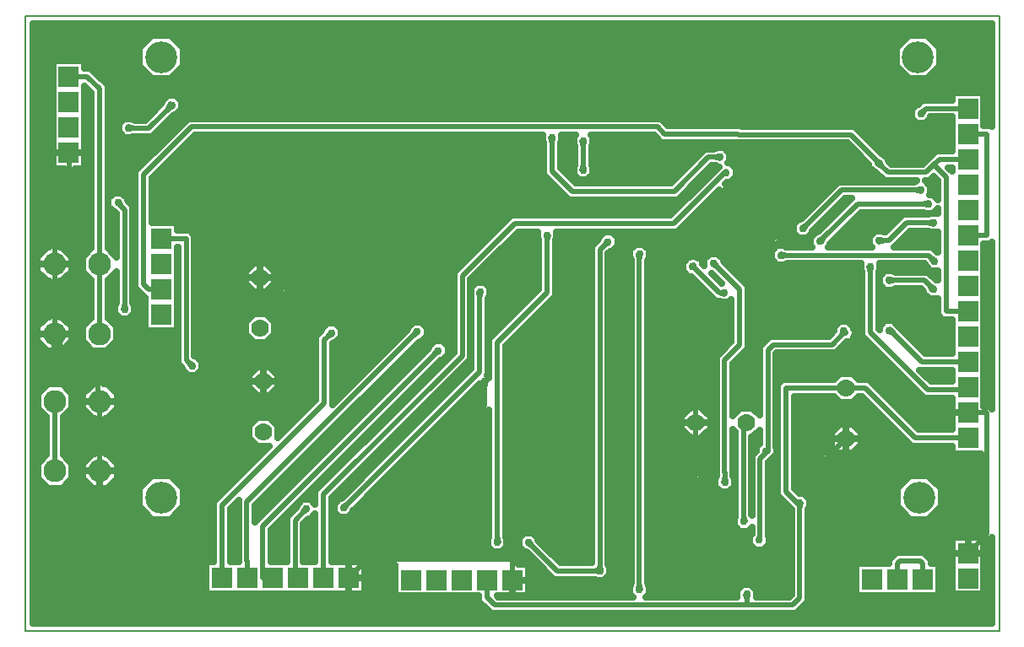
<source format=gbr>
G04 PROTEUS GERBER X2 FILE*
%TF.GenerationSoftware,Labcenter,Proteus,8.17-SP2-Build37159*%
%TF.CreationDate,2024-05-15T18:34:46+00:00*%
%TF.FileFunction,Copper,L2,Bot*%
%TF.FilePolarity,Positive*%
%TF.Part,Single*%
%TF.SameCoordinates,{2fb43601-861e-418b-a464-66e3711116c9}*%
%FSLAX45Y45*%
%MOMM*%
G01*
%TA.AperFunction,Conductor*%
%ADD10C,0.508000*%
%TA.AperFunction,ViaPad*%
%ADD11C,0.762000*%
%TA.AperFunction,Conductor*%
%ADD12C,0.635000*%
%TA.AperFunction,ComponentPad*%
%ADD13R,2.032000X2.032000*%
%TA.AperFunction,ComponentPad*%
%ADD14C,1.778000*%
%TA.AperFunction,OtherPad,Unknown*%
%ADD19C,3.200000*%
%TA.AperFunction,ComponentPad*%
%ADD70C,2.286000*%
%TA.AperFunction,OtherPad,Unknown*%
%ADD24R,2.032000X2.032000*%
%TA.AperFunction,Profile*%
%ADD25C,0.150000*%
%TD.AperFunction*%
%TA.AperFunction,Conductor*%
G36*
X+270000Y-2266382D02*
X+282700Y-2266382D01*
X+270000Y-2209232D01*
X+257300Y-2266382D01*
X+270000Y-2266382D01*
G37*
%TD.AperFunction*%
%TA.AperFunction,Conductor*%
G36*
X+770000Y+820000D02*
X+757300Y+820000D01*
X+770000Y+762850D01*
X+782700Y+820000D01*
X+770000Y+820000D01*
G37*
%TD.AperFunction*%
%TA.AperFunction,Conductor*%
G36*
X+1131568Y+1468339D02*
X+1144268Y+1468339D01*
X+1131568Y+1525489D01*
X+1118868Y+1468339D01*
X+1131568Y+1468339D01*
G37*
%TD.AperFunction*%
%TA.AperFunction,Conductor*%
G36*
X+1131568Y+1761768D02*
X+1118868Y+1761768D01*
X+1131568Y+1704618D01*
X+1144268Y+1761768D01*
X+1131568Y+1761768D01*
G37*
%TD.AperFunction*%
%TA.AperFunction,Conductor*%
G36*
X+2773356Y-2784537D02*
X+2760743Y-2786013D01*
X+2780000Y-2841299D01*
X+2785969Y-2783061D01*
X+2773356Y-2784537D01*
G37*
%TD.AperFunction*%
%TA.AperFunction,Conductor*%
G36*
X+144969Y-649750D02*
X+132269Y-649750D01*
X+144969Y-706900D01*
X+157669Y-649750D01*
X+144969Y-649750D01*
G37*
%TD.AperFunction*%
%TA.AperFunction,Conductor*%
G36*
X-1075001Y-2115986D02*
X-1066021Y-2124966D01*
X-1034590Y-2075575D01*
X-1083981Y-2107006D01*
X-1075001Y-2115986D01*
G37*
%TD.AperFunction*%
%TA.AperFunction,Conductor*%
G36*
X-531760Y-151955D02*
X-540740Y-142975D01*
X-572171Y-192366D01*
X-522780Y-160935D01*
X-531760Y-151955D01*
G37*
%TD.AperFunction*%
%TA.AperFunction,Conductor*%
G36*
X+100000Y+250000D02*
X+87414Y+251691D01*
X+92389Y+193360D01*
X+112586Y+248309D01*
X+100000Y+250000D01*
G37*
%TD.AperFunction*%
%TA.AperFunction,Conductor*%
G36*
X-1270000Y-1920000D02*
X-1261020Y-1928980D01*
X-1229589Y-1879589D01*
X-1278980Y-1911020D01*
X-1270000Y-1920000D01*
G37*
%TD.AperFunction*%
%TA.AperFunction,Conductor*%
G36*
X-1642857Y-1928682D02*
X-1651837Y-1919702D01*
X-1683268Y-1969093D01*
X-1633877Y-1937662D01*
X-1642857Y-1928682D01*
G37*
%TD.AperFunction*%
%TA.AperFunction,Conductor*%
G36*
X+3335833Y+884568D02*
X+3344813Y+875588D01*
X+3376244Y+924979D01*
X+3326853Y+893548D01*
X+3335833Y+884568D01*
G37*
%TD.AperFunction*%
%TA.AperFunction,Conductor*%
G36*
X+4517440Y+1271372D02*
X+4517440Y+1284072D01*
X+4460290Y+1271372D01*
X+4517440Y+1258672D01*
X+4517440Y+1271372D01*
G37*
%TD.AperFunction*%
%TA.AperFunction,Conductor*%
G36*
X+2566577Y+1446094D02*
X+2566577Y+1458793D01*
X+2548395Y+1446094D01*
X+2566577Y+1433395D01*
X+2566577Y+1446094D01*
G37*
%TD.AperFunction*%
%TA.AperFunction,Conductor*%
G36*
X+820000Y+1800000D02*
X+807300Y+1800000D01*
X+820000Y+1742850D01*
X+832700Y+1800000D01*
X+820000Y+1800000D01*
G37*
%TD.AperFunction*%
%TA.AperFunction,Conductor*%
G36*
X+2506843Y+1601922D02*
X+2506843Y+1614622D01*
X+2449693Y+1601922D01*
X+2506843Y+1589222D01*
X+2506843Y+1601922D01*
G37*
%TD.AperFunction*%
%TA.AperFunction,Conductor*%
G36*
X+4092025Y+1543909D02*
X+4083045Y+1534929D01*
X+4132436Y+1503498D01*
X+4101005Y+1552889D01*
X+4092025Y+1543909D01*
G37*
%TD.AperFunction*%
%TA.AperFunction,Conductor*%
G36*
X+1695747Y-2741132D02*
X+1708447Y-2741132D01*
X+1695747Y-2683982D01*
X+1683047Y-2741132D01*
X+1695747Y-2741132D01*
G37*
%TD.AperFunction*%
%TA.AperFunction,Conductor*%
G36*
X+1697730Y+632350D02*
X+1685038Y+632790D01*
X+1695747Y+575235D01*
X+1710422Y+631910D01*
X+1697730Y+632350D01*
G37*
%TD.AperFunction*%
%TA.AperFunction,Conductor*%
G36*
X-1393488Y-162294D02*
X-1402468Y-153314D01*
X-1433899Y-202705D01*
X-1384508Y-171274D01*
X-1393488Y-162294D01*
G37*
%TD.AperFunction*%
%TA.AperFunction,Conductor*%
G36*
X+4518775Y+2037039D02*
X+4527755Y+2028059D01*
X+4559186Y+2077450D01*
X+4509795Y+2046019D01*
X+4518775Y+2037039D01*
G37*
%TD.AperFunction*%
%TA.AperFunction,Conductor*%
G36*
X+3507792Y+755111D02*
X+3516772Y+746131D01*
X+3548203Y+795522D01*
X+3498812Y+764091D01*
X+3507792Y+755111D01*
G37*
%TD.AperFunction*%
%TA.AperFunction,Conductor*%
G36*
X+4596834Y+1130800D02*
X+4596834Y+1143500D01*
X+4539684Y+1130800D01*
X+4596834Y+1118100D01*
X+4596834Y+1130800D01*
G37*
%TD.AperFunction*%
%TA.AperFunction,Conductor*%
G36*
X+4010000Y+500000D02*
X+3997300Y+500000D01*
X+4010000Y+442850D01*
X+4022700Y+500000D01*
X+4010000Y+500000D01*
G37*
%TD.AperFunction*%
%TA.AperFunction,Conductor*%
G36*
X+4647651Y+942405D02*
X+4647651Y+955105D01*
X+4590501Y+942405D01*
X+4647651Y+929705D01*
X+4647651Y+942405D01*
G37*
%TD.AperFunction*%
%TA.AperFunction,Conductor*%
G36*
X+3114606Y+615904D02*
X+3114606Y+603204D01*
X+3171756Y+615904D01*
X+3114606Y+628604D01*
X+3114606Y+615904D01*
G37*
%TD.AperFunction*%
%TA.AperFunction,Conductor*%
G36*
X+4653570Y+556296D02*
X+4662550Y+565276D01*
X+4613159Y+596707D01*
X+4644590Y+547316D01*
X+4653570Y+556296D01*
G37*
%TD.AperFunction*%
%TA.AperFunction,Conductor*%
G36*
X-2790000Y-492750D02*
X-2781020Y-483770D01*
X-2830412Y-452338D01*
X-2798980Y-501730D01*
X-2790000Y-492750D01*
G37*
%TD.AperFunction*%
%TA.AperFunction,Conductor*%
G36*
X+4098734Y+764000D02*
X+4098734Y+751300D01*
X+4155884Y+764000D01*
X+4098734Y+776700D01*
X+4098734Y+764000D01*
G37*
%TD.AperFunction*%
%TA.AperFunction,Conductor*%
G36*
X+4197137Y-137137D02*
X+4190232Y-147795D01*
X+4245102Y-168210D01*
X+4204042Y-126479D01*
X+4197137Y-137137D01*
G37*
%TD.AperFunction*%
%TA.AperFunction,Conductor*%
G36*
X+4198864Y+365321D02*
X+4198864Y+352621D01*
X+4256014Y+365321D01*
X+4198864Y+378021D01*
X+4198864Y+365321D01*
G37*
%TD.AperFunction*%
%TA.AperFunction,Conductor*%
G36*
X+4643200Y+275790D02*
X+4652180Y+284770D01*
X+4602789Y+316201D01*
X+4634220Y+266810D01*
X+4643200Y+275790D01*
G37*
%TD.AperFunction*%
%TA.AperFunction,Conductor*%
G36*
X+3303314Y-1868830D02*
X+3303314Y-1856130D01*
X+3276123Y-1868830D01*
X+3303314Y-1881530D01*
X+3303314Y-1868830D01*
G37*
%TD.AperFunction*%
%TA.AperFunction,Conductor*%
G36*
X+3303314Y-1868830D02*
X+3290614Y-1868830D01*
X+3303314Y-1925980D01*
X+3316014Y-1868830D01*
X+3303314Y-1868830D01*
G37*
%TD.AperFunction*%
%TA.AperFunction,Conductor*%
G36*
X-320000Y-340000D02*
X-328771Y-330816D01*
X-361329Y-379471D01*
X-311229Y-349184D01*
X-320000Y-340000D01*
G37*
%TD.AperFunction*%
%TA.AperFunction,Conductor*%
G36*
X+3050000Y+780000D02*
X+2550000Y+780000D01*
X+2550000Y+1280000D01*
X+3050000Y+1280000D01*
X+3050000Y+780000D01*
G37*
%TD.AperFunction*%
%LPC*%
G36*
X+2575934Y+1012990D02*
X+2575934Y+1047010D01*
X+2599990Y+1071066D01*
X+2634010Y+1071066D01*
X+2658066Y+1047010D01*
X+2658066Y+1012990D01*
X+2634010Y+988934D01*
X+2599990Y+988934D01*
X+2575934Y+1012990D01*
G37*
G36*
X+2758934Y+1012990D02*
X+2758934Y+1047010D01*
X+2782990Y+1071066D01*
X+2817010Y+1071066D01*
X+2841066Y+1047010D01*
X+2841066Y+1012990D01*
X+2817010Y+988934D01*
X+2782990Y+988934D01*
X+2758934Y+1012990D01*
G37*
G36*
X+2941934Y+1012990D02*
X+2941934Y+1047010D01*
X+2965990Y+1071066D01*
X+3000010Y+1071066D01*
X+3024066Y+1047010D01*
X+3024066Y+1012990D01*
X+3000010Y+988934D01*
X+2965990Y+988934D01*
X+2941934Y+1012990D01*
G37*
G36*
X+2941934Y+829990D02*
X+2941934Y+864010D01*
X+2965990Y+888066D01*
X+3000010Y+888066D01*
X+3024066Y+864010D01*
X+3024066Y+829990D01*
X+3000010Y+805934D01*
X+2965990Y+805934D01*
X+2941934Y+829990D01*
G37*
G36*
X+2758934Y+829990D02*
X+2758934Y+864010D01*
X+2782990Y+888066D01*
X+2817010Y+888066D01*
X+2841066Y+864010D01*
X+2841066Y+829990D01*
X+2817010Y+805934D01*
X+2782990Y+805934D01*
X+2758934Y+829990D01*
G37*
G36*
X+2575934Y+829990D02*
X+2575934Y+864010D01*
X+2599990Y+888066D01*
X+2634010Y+888066D01*
X+2658066Y+864010D01*
X+2658066Y+829990D01*
X+2634010Y+805934D01*
X+2599990Y+805934D01*
X+2575934Y+829990D01*
G37*
G36*
X+2575934Y+1196990D02*
X+2575934Y+1231010D01*
X+2599990Y+1255066D01*
X+2634010Y+1255066D01*
X+2658066Y+1231010D01*
X+2658066Y+1196990D01*
X+2634010Y+1172934D01*
X+2599990Y+1172934D01*
X+2575934Y+1196990D01*
G37*
G36*
X+2758934Y+1196990D02*
X+2758934Y+1231010D01*
X+2782990Y+1255066D01*
X+2817010Y+1255066D01*
X+2841066Y+1231010D01*
X+2841066Y+1196990D01*
X+2817010Y+1172934D01*
X+2782990Y+1172934D01*
X+2758934Y+1196990D01*
G37*
G36*
X+2941934Y+1196990D02*
X+2941934Y+1231010D01*
X+2965990Y+1255066D01*
X+3000010Y+1255066D01*
X+3024066Y+1231010D01*
X+3024066Y+1196990D01*
X+3000010Y+1172934D01*
X+2965990Y+1172934D01*
X+2941934Y+1196990D01*
G37*
%LPD*%
%TA.AperFunction,Conductor*%
G36*
X+5227650Y+1906690D02*
X+5215791Y+1918549D01*
X+5148749Y+1918549D01*
X+5148749Y+2248749D01*
X+4831251Y+2248749D01*
X+4831251Y+2172549D01*
X+4537545Y+2172549D01*
X+4507225Y+2142229D01*
X+4491603Y+2132288D01*
X+4479322Y+2132288D01*
X+4423526Y+2076492D01*
X+4423526Y+1997586D01*
X+4479322Y+1941790D01*
X+4558228Y+1941790D01*
X+4614024Y+1997586D01*
X+4614024Y+2007451D01*
X+4831251Y+2007451D01*
X+4831251Y+1662549D01*
X+4670009Y+1662549D01*
X+4537809Y+1530349D01*
X+4222324Y+1530349D01*
X+4197213Y+1555460D01*
X+4187274Y+1571079D01*
X+4187274Y+1583362D01*
X+4131478Y+1639158D01*
X+4122198Y+1639158D01*
X+3851201Y+1910155D01*
X+2723039Y+1910155D01*
X+2717908Y+1915286D01*
X+1981454Y+1915286D01*
X+1909191Y+1987549D01*
X-2832863Y+1987549D01*
X-3359149Y+1461263D01*
X-3359149Y+290783D01*
X-3259067Y+190701D01*
X-3258749Y+190701D01*
X-3258749Y-139499D01*
X-2941251Y-139499D01*
X-2941251Y+698701D01*
X-2932549Y+698701D01*
X-2932549Y-466941D01*
X-2895191Y-504300D01*
X-2885249Y-519923D01*
X-2885249Y-532203D01*
X-2829453Y-587999D01*
X-2750547Y-587999D01*
X-2694751Y-532203D01*
X-2694751Y-453297D01*
X-2750547Y-397501D01*
X-2762830Y-397501D01*
X-2767451Y-394560D01*
X-2767451Y+815441D01*
X-2815809Y+863799D01*
X-2941251Y+863799D01*
X-2941251Y+939999D01*
X-3194051Y+939999D01*
X-3194051Y+1392881D01*
X-2764481Y+1822451D01*
X+724751Y+1822451D01*
X+724751Y+1760547D01*
X+733434Y+1751863D01*
X+737451Y+1733790D01*
X+737451Y+1425809D01*
X+988372Y+1174888D01*
X+2078588Y+1174888D01*
X+2423073Y+1519373D01*
X+2440633Y+1519373D01*
X+2458706Y+1515356D01*
X+2467390Y+1506673D01*
X+2492234Y+1506673D01*
X+2005501Y+1019940D01*
X+414783Y+1019940D01*
X-162831Y+442326D01*
X-162831Y-357206D01*
X-1556549Y-1750924D01*
X-1556549Y-1880288D01*
X-1603404Y-1833433D01*
X-1682310Y-1833433D01*
X-1738106Y-1889229D01*
X-1738106Y-1901511D01*
X-1748048Y-1917133D01*
X-1838892Y-2007977D01*
X-1838892Y-2464001D01*
X-2002976Y-2464001D01*
X-2002976Y-2137858D01*
X-310049Y-444931D01*
X-294034Y-435249D01*
X-280547Y-435249D01*
X-224751Y-379453D01*
X-224751Y-300547D01*
X-280547Y-244751D01*
X-359453Y-244751D01*
X-415249Y-300547D01*
X-415249Y-311618D01*
X-425430Y-326832D01*
X-2158844Y-2060246D01*
X-2158844Y-1895779D01*
X-520211Y-257146D01*
X-504589Y-247204D01*
X-492307Y-247204D01*
X-436511Y-191408D01*
X-436511Y-112502D01*
X-492307Y-56706D01*
X-571213Y-56706D01*
X-627009Y-112502D01*
X-627009Y-124784D01*
X-636951Y-140406D01*
X-1382306Y-885761D01*
X-1382306Y-267852D01*
X-1381939Y-267485D01*
X-1366317Y-257543D01*
X-1354035Y-257543D01*
X-1298239Y-201747D01*
X-1298239Y-122841D01*
X-1354035Y-67045D01*
X-1432941Y-67045D01*
X-1488737Y-122841D01*
X-1488737Y-135123D01*
X-1498679Y-150745D01*
X-1547404Y-199470D01*
X-1547404Y-830664D01*
X-1928951Y-1212211D01*
X-1928951Y-1097255D01*
X-2014505Y-1011701D01*
X-2135495Y-1011701D01*
X-2221049Y-1097255D01*
X-2221049Y-1218245D01*
X-2135495Y-1303799D01*
X-2020539Y-1303799D01*
X-2572724Y-1855984D01*
X-2572724Y-2464001D01*
X-2648749Y-2464001D01*
X-2648749Y-2781499D01*
X-1061251Y-2781499D01*
X-1061251Y-2544821D01*
X-1011979Y-2495549D01*
X-752749Y-2495549D01*
X-752749Y-2801499D01*
X+85451Y-2801499D01*
X+85451Y-2853591D01*
X+210009Y-2978149D01*
X+3268590Y-2978149D01*
X+3385863Y-2860876D01*
X+3385863Y-1935040D01*
X+3389879Y-1916967D01*
X+3398563Y-1908283D01*
X+3398563Y-1829377D01*
X+3342767Y-1773581D01*
X+3297614Y-1773581D01*
X+3247025Y-1722992D01*
X+3247025Y-797299D01*
X+3646005Y-797299D01*
X+3709505Y-860799D01*
X+3830495Y-860799D01*
X+3893995Y-797299D01*
X+3928209Y-797299D01*
X+4427459Y-1296549D01*
X+4831251Y-1296549D01*
X+4831251Y-1372749D01*
X+5124451Y-1372749D01*
X+5124451Y-2157479D01*
X+5067929Y-2214001D01*
X+4831251Y-2214001D01*
X+4831251Y-2785499D01*
X+5148749Y-2785499D01*
X+5148749Y-2294821D01*
X+5227650Y-2215920D01*
X+5227650Y-3075400D01*
X-4387650Y-3075400D01*
X-4387650Y+2939900D01*
X+5227650Y+2939900D01*
X+5227650Y+1906690D01*
G37*
%TD.AperFunction*%
%LPC*%
G36*
X-3870251Y+2489799D02*
X-3807059Y+2489799D01*
X-3637451Y+2320191D01*
X-3637451Y+687167D01*
X-3550740Y+600456D01*
X-3550740Y+1040623D01*
X-3551022Y+1040905D01*
X-3565400Y+1051504D01*
X-3574049Y+1051504D01*
X-3629845Y+1107300D01*
X-3629845Y+1186206D01*
X-3574049Y+1242002D01*
X-3495143Y+1242002D01*
X-3439347Y+1186206D01*
X-3439347Y+1170347D01*
X-3430237Y+1153600D01*
X-3385642Y+1109006D01*
X-3385642Y+139412D01*
X-3381626Y+121338D01*
X-3372942Y+112655D01*
X-3372942Y+33749D01*
X-3428738Y-22047D01*
X-3507644Y-22047D01*
X-3563440Y+33749D01*
X-3563440Y+112655D01*
X-3554757Y+121338D01*
X-3550740Y+139412D01*
X-3550740Y+454044D01*
X-3637451Y+367333D01*
X-3637451Y-12833D01*
X-3548551Y-101733D01*
X-3548551Y-243767D01*
X-3648983Y-344199D01*
X-3791017Y-344199D01*
X-3891449Y-243767D01*
X-3891449Y-101733D01*
X-3802549Y-12833D01*
X-3802549Y+367333D01*
X-3891449Y+456233D01*
X-3891449Y+598267D01*
X-3802549Y+687167D01*
X-3802549Y+2251809D01*
X-3870251Y+2319511D01*
X-3870251Y+1486501D01*
X-3961851Y+1486501D01*
X-3961851Y+1346529D01*
X-4112851Y+1195529D01*
X-4112851Y+698699D01*
X-4098983Y+698699D01*
X-3998551Y+598267D01*
X-3998551Y+456233D01*
X-4098983Y+355801D01*
X-4112851Y+355801D01*
X-4112851Y-1301D01*
X-4098983Y-1301D01*
X-3998551Y-101733D01*
X-3998551Y-243767D01*
X-4039482Y-284698D01*
X-3679954Y-644226D01*
X-3679954Y-676301D01*
X-3643983Y-676301D01*
X-3543551Y-776733D01*
X-3543551Y-918767D01*
X-3643983Y-1019199D01*
X-3657851Y-1019199D01*
X-3657851Y-1376301D01*
X-3643983Y-1376301D01*
X-3543551Y-1476733D01*
X-3543551Y-1618767D01*
X-3643983Y-1719199D01*
X-3786017Y-1719199D01*
X-3886449Y-1618767D01*
X-3886449Y-1476733D01*
X-3786017Y-1376301D01*
X-3772149Y-1376301D01*
X-3772149Y-1019199D01*
X-3786017Y-1019199D01*
X-3886449Y-918767D01*
X-3886449Y-776733D01*
X-3797768Y-688052D01*
X-4141621Y-344199D01*
X-4241017Y-344199D01*
X-4341449Y-243767D01*
X-4341449Y-101733D01*
X-4241017Y-1301D01*
X-4227149Y-1301D01*
X-4227149Y+355801D01*
X-4241017Y+355801D01*
X-4341449Y+456233D01*
X-4341449Y+598267D01*
X-4241017Y+698699D01*
X-4227149Y+698699D01*
X-4227149Y+1242871D01*
X-4076149Y+1393871D01*
X-4076149Y+1486501D01*
X-4187749Y+1486501D01*
X-4187749Y+2565999D01*
X-3870251Y+2565999D01*
X-3870251Y+2489799D01*
G37*
G36*
X+3916049Y-1162255D02*
X+3916049Y-1283245D01*
X+3830495Y-1368799D01*
X+3709505Y-1368799D01*
X+3707138Y-1366432D01*
X+3638549Y-1435021D01*
X+3638549Y-1776272D01*
X+3605072Y-1809749D01*
X+3557728Y-1809749D01*
X+3524251Y-1776272D01*
X+3524251Y-1387679D01*
X+3626318Y-1285612D01*
X+3623951Y-1283245D01*
X+3623951Y-1162255D01*
X+3709505Y-1076701D01*
X+3830495Y-1076701D01*
X+3916049Y-1162255D01*
G37*
G36*
X-2014505Y-795799D02*
X-2135495Y-795799D01*
X-2221049Y-710245D01*
X-2221049Y-589255D01*
X-2135495Y-503701D01*
X-2014505Y-503701D01*
X-1928951Y-589255D01*
X-1928951Y-710245D01*
X-2014505Y-795799D01*
G37*
G36*
X-2050505Y+249201D02*
X-2171495Y+249201D01*
X-2257049Y+334755D01*
X-2257049Y+455745D01*
X-2171495Y+541299D01*
X-2050505Y+541299D01*
X-1964951Y+455745D01*
X-1964951Y+334755D01*
X-2050505Y+249201D01*
G37*
G36*
X-2050505Y-258799D02*
X-2171495Y-258799D01*
X-2257049Y-173245D01*
X-2257049Y-52255D01*
X-2171495Y+33299D01*
X-2050505Y+33299D01*
X-1964951Y-52255D01*
X-1964951Y-173245D01*
X-2050505Y-258799D01*
G37*
G36*
X+4571970Y-2394380D02*
X+4618549Y-2440959D01*
X+4618549Y-2478001D01*
X+4694749Y-2478001D01*
X+4694749Y-2795499D01*
X+3869251Y-2795499D01*
X+3869251Y-2478001D01*
X+4199451Y-2478001D01*
X+4199451Y-2445359D01*
X+4274609Y-2370201D01*
X+4547791Y-2370201D01*
X+4571970Y-2394380D01*
G37*
G36*
X-3319689Y+2516252D02*
X-3319689Y+2698248D01*
X-3190998Y+2826939D01*
X-3009002Y+2826939D01*
X-2880311Y+2698248D01*
X-2880311Y+2516252D01*
X-3009002Y+2387561D01*
X-3190998Y+2387561D01*
X-3319689Y+2516252D01*
G37*
G36*
X-3319689Y-1903748D02*
X-3319689Y-1721752D01*
X-3190998Y-1593061D01*
X-3009002Y-1593061D01*
X-2880311Y-1721752D01*
X-2880311Y-1903748D01*
X-3009002Y-2032439D01*
X-3190998Y-2032439D01*
X-3319689Y-1903748D01*
G37*
G36*
X+4270311Y+2516252D02*
X+4270311Y+2698248D01*
X+4399002Y+2826939D01*
X+4580998Y+2826939D01*
X+4709689Y+2698248D01*
X+4709689Y+2516252D01*
X+4580998Y+2387561D01*
X+4399002Y+2387561D01*
X+4270311Y+2516252D01*
G37*
G36*
X+4280311Y-1903748D02*
X+4280311Y-1721752D01*
X+4409002Y-1593061D01*
X+4590998Y-1593061D01*
X+4719689Y-1721752D01*
X+4719689Y-1903748D01*
X+4590998Y-2032439D01*
X+4409002Y-2032439D01*
X+4280311Y-1903748D01*
G37*
G36*
X-3993551Y-776733D02*
X-3993551Y-918767D01*
X-4082451Y-1007667D01*
X-4082451Y-1387833D01*
X-3993551Y-1476733D01*
X-3993551Y-1618767D01*
X-4093983Y-1719199D01*
X-4236017Y-1719199D01*
X-4336449Y-1618767D01*
X-4336449Y-1476733D01*
X-4247549Y-1387833D01*
X-4247549Y-1007667D01*
X-4336449Y-918767D01*
X-4336449Y-776733D01*
X-4236017Y-676301D01*
X-4093983Y-676301D01*
X-3993551Y-776733D01*
G37*
G36*
X-2898518Y+2163911D02*
X-2898518Y+2085005D01*
X-2954314Y+2029209D01*
X-2966596Y+2029209D01*
X-2982218Y+2019267D01*
X-3195039Y+1806446D01*
X-3367290Y+1806446D01*
X-3384785Y+1804142D01*
X-3390172Y+1798755D01*
X-3469078Y+1798755D01*
X-3524874Y+1854551D01*
X-3524874Y+1933457D01*
X-3469078Y+1989253D01*
X-3390172Y+1989253D01*
X-3378255Y+1977335D01*
X-3359950Y+1971544D01*
X-3263421Y+1971544D01*
X-3098958Y+2136007D01*
X-3089016Y+2151629D01*
X-3089016Y+2163911D01*
X-3033220Y+2219707D01*
X-2954314Y+2219707D01*
X-2898518Y+2163911D01*
G37*
G36*
X-1782851Y+320921D02*
X-1782851Y-616079D01*
X-1772852Y-626078D01*
X-1772852Y-673422D01*
X-1806328Y-706898D01*
X-1853672Y-706898D01*
X-1897149Y-663421D01*
X-1897149Y+240101D01*
X-1913672Y+240101D01*
X-1947149Y+273578D01*
X-1947149Y+320922D01*
X-1913672Y+354399D01*
X-1816329Y+354399D01*
X-1782851Y+320921D01*
G37*
%LPD*%
%TA.AperFunction,Conductor*%
G36*
X-2993767Y+2124458D02*
X-3002747Y+2133438D01*
X-3034178Y+2084047D01*
X-2984787Y+2115478D01*
X-2993767Y+2124458D01*
G37*
%TD.AperFunction*%
%TA.AperFunction,Conductor*%
G36*
X-3429625Y+1894004D02*
X-3430738Y+1881353D01*
X-3372695Y+1888995D01*
X-3428512Y+1906655D01*
X-3429625Y+1894004D01*
G37*
%TD.AperFunction*%
%TA.AperFunction,Conductor*%
G36*
X-1890000Y+297250D02*
X-1890000Y+284550D01*
X-1840000Y+297250D01*
X-1890000Y+309950D01*
X-1890000Y+297250D01*
G37*
%TD.AperFunction*%
%TA.AperFunction,Conductor*%
G36*
X-1830000Y-649750D02*
X-1817496Y-647528D01*
X-1840000Y-593482D01*
X-1842504Y-651972D01*
X-1830000Y-649750D01*
G37*
%TD.AperFunction*%
%TA.AperFunction,Conductor*%
G36*
X+3581400Y-1752600D02*
X+3594100Y-1752600D01*
X+3581400Y-1695450D01*
X+3568700Y-1752600D01*
X+3581400Y-1752600D01*
G37*
%TD.AperFunction*%
%TA.AperFunction,Conductor*%
G36*
X-3468191Y+73202D02*
X-3455491Y+73202D01*
X-3468191Y+130352D01*
X-3480891Y+73202D01*
X-3468191Y+73202D01*
G37*
%TD.AperFunction*%
%TA.AperFunction,Conductor*%
G36*
X-3534596Y+1146753D02*
X-3544169Y+1138409D01*
X-3497046Y+1103670D01*
X-3525023Y+1155097D01*
X-3534596Y+1146753D01*
G37*
%TD.AperFunction*%
%TA.AperFunction,Conductor*%
G36*
X+5227650Y-925230D02*
X+5205271Y-902851D01*
X+5148749Y-902851D01*
X+5148749Y+735451D01*
X+5215791Y+735451D01*
X+5227650Y+747310D01*
X+5227650Y-925230D01*
G37*
%TD.AperFunction*%
%TA.AperFunction,Conductor*%
G36*
X+4831251Y+1457689D02*
X+4791489Y+1497451D01*
X+4831251Y+1497451D01*
X+4831251Y+1457689D01*
G37*
%TD.AperFunction*%
%TA.AperFunction,Conductor*%
G36*
X+1913072Y+1750188D02*
X+2649526Y+1750188D01*
X+2654657Y+1745057D01*
X+3782819Y+1745057D01*
X+3996776Y+1531100D01*
X+3996776Y+1504456D01*
X+4052572Y+1448660D01*
X+4064852Y+1448660D01*
X+4080475Y+1438718D01*
X+4153943Y+1365251D01*
X+4476617Y+1365251D01*
X+4469303Y+1357937D01*
X+4451230Y+1353921D01*
X+3688446Y+1353921D01*
X+3324283Y+989758D01*
X+3308661Y+979817D01*
X+3296380Y+979817D01*
X+3240584Y+924021D01*
X+3240584Y+845115D01*
X+3296380Y+789319D01*
X+3375286Y+789319D01*
X+3431082Y+845115D01*
X+3431082Y+857396D01*
X+3441023Y+873018D01*
X+3756828Y+1188823D01*
X+3824764Y+1188823D01*
X+3496242Y+860301D01*
X+3480620Y+850360D01*
X+3468339Y+850360D01*
X+3412543Y+794564D01*
X+3412543Y+715658D01*
X+3429748Y+698453D01*
X+3180816Y+698453D01*
X+3162742Y+702469D01*
X+3154059Y+711153D01*
X+3075153Y+711153D01*
X+3019357Y+655357D01*
X+3019357Y+576451D01*
X+3075153Y+520655D01*
X+3154059Y+520655D01*
X+3162742Y+529338D01*
X+3180816Y+533355D01*
X+3914751Y+533355D01*
X+3914751Y+460547D01*
X+3923434Y+451863D01*
X+3927451Y+433790D01*
X+3927451Y-194464D01*
X+4550098Y-817111D01*
X+4831251Y-817111D01*
X+4831251Y-1131451D01*
X+4495841Y-1131451D01*
X+3996591Y-632201D01*
X+3893995Y-632201D01*
X+3830495Y-568701D01*
X+3709505Y-568701D01*
X+3646005Y-632201D01*
X+3130285Y-632201D01*
X+3081927Y-680559D01*
X+3081927Y-1791374D01*
X+3219384Y-1928832D01*
X+3220765Y-1935044D01*
X+3220765Y-2792494D01*
X+3200208Y-2813051D01*
X+2868605Y-2813051D01*
X+2868605Y-2745084D01*
X+2812809Y-2689288D01*
X+2733903Y-2689288D01*
X+2678107Y-2745084D01*
X+2678107Y-2813051D01*
X+1758530Y-2813051D01*
X+1790996Y-2780585D01*
X+1790996Y-2701679D01*
X+1782312Y-2692996D01*
X+1778296Y-2674922D01*
X+1778296Y+564723D01*
X+1783009Y+582927D01*
X+1792979Y+592897D01*
X+1792979Y+671803D01*
X+1737183Y+727599D01*
X+1658277Y+727599D01*
X+1602481Y+671803D01*
X+1602481Y+592897D01*
X+1609869Y+585508D01*
X+1613198Y+567621D01*
X+1613198Y-2674922D01*
X+1609181Y-2692996D01*
X+1600498Y-2701679D01*
X+1600498Y-2780585D01*
X+1632964Y-2813051D01*
X+278391Y-2813051D01*
X+266839Y-2801499D01*
X+580749Y-2801499D01*
X+580749Y-2484001D01*
X+479149Y-2484001D01*
X+479149Y-2414729D01*
X+445671Y-2381251D01*
X-1059321Y-2381251D01*
X-1142071Y-2464001D01*
X-1391451Y-2464001D01*
X-1391451Y-1819306D01*
X+2267Y-425588D01*
X+2267Y+373944D01*
X+483165Y+854842D01*
X+674751Y+854842D01*
X+674751Y+780547D01*
X+683434Y+771863D01*
X+687451Y+753790D01*
X+687451Y+277830D01*
X+187451Y-222170D01*
X+187451Y-611411D01*
X+168641Y-592601D01*
X+167840Y-592601D01*
X+174938Y-585503D01*
X+174938Y+178672D01*
X+181658Y+196956D01*
X+195249Y+210547D01*
X+195249Y+289453D01*
X+139453Y+345249D01*
X+60547Y+345249D01*
X+4751Y+289453D01*
X+4751Y+210547D01*
X+8384Y+206913D01*
X+9840Y+189850D01*
X+9840Y-517121D01*
X-973111Y-1500072D01*
X-973111Y-1506371D01*
X-1281550Y-1814810D01*
X-1297172Y-1824751D01*
X-1309453Y-1824751D01*
X-1365249Y-1880547D01*
X-1365249Y-1959453D01*
X-1309453Y-2015249D01*
X-1230547Y-2015249D01*
X-1174751Y-1959453D01*
X-1174751Y-1947172D01*
X-1164810Y-1931550D01*
X-808013Y-1574753D01*
X-808013Y-1568454D01*
X+87820Y-672621D01*
X+87820Y-872345D01*
X-1132149Y-2092314D01*
X-1132149Y-2139658D01*
X-1098673Y-2173134D01*
X-1051329Y-2173134D01*
X+187451Y-934355D01*
X+187451Y-2200172D01*
X+183434Y-2218246D01*
X+174751Y-2226929D01*
X+174751Y-2305835D01*
X+230547Y-2361631D01*
X+309453Y-2361631D01*
X+365249Y-2305835D01*
X+365249Y-2226929D01*
X+356565Y-2218246D01*
X+352549Y-2200172D01*
X+352549Y-290552D01*
X+852549Y+209448D01*
X+852549Y+753790D01*
X+856565Y+771863D01*
X+865249Y+780547D01*
X+865249Y+854842D01*
X+2073883Y+854842D01*
X+2492850Y+1273809D01*
X+2492850Y+756328D01*
X+2526328Y+722850D01*
X+3073672Y+722850D01*
X+3107150Y+756328D01*
X+3107150Y+1303672D01*
X+3073672Y+1337150D01*
X+2556191Y+1337150D01*
X+2569886Y+1350845D01*
X+2606030Y+1350845D01*
X+2661826Y+1406641D01*
X+2661826Y+1485547D01*
X+2606030Y+1541343D01*
X+2580966Y+1541343D01*
X+2602092Y+1562469D01*
X+2602092Y+1641375D01*
X+2546296Y+1697171D01*
X+2467390Y+1697171D01*
X+2458706Y+1688487D01*
X+2440633Y+1684471D01*
X+2354691Y+1684471D01*
X+2010206Y+1339986D01*
X+1056754Y+1339986D01*
X+902549Y+1494191D01*
X+902549Y+1733790D01*
X+906565Y+1751863D01*
X+915249Y+1760547D01*
X+915249Y+1822451D01*
X+1057549Y+1822451D01*
X+1036319Y+1801221D01*
X+1036319Y+1722315D01*
X+1045002Y+1713631D01*
X+1049019Y+1695558D01*
X+1049019Y+1534549D01*
X+1045002Y+1516475D01*
X+1036319Y+1507792D01*
X+1036319Y+1428886D01*
X+1092115Y+1373090D01*
X+1171021Y+1373090D01*
X+1226817Y+1428886D01*
X+1226817Y+1507792D01*
X+1218133Y+1516475D01*
X+1214117Y+1534549D01*
X+1214117Y+1695558D01*
X+1218133Y+1713631D01*
X+1226817Y+1722315D01*
X+1226817Y+1801221D01*
X+1205587Y+1822451D01*
X+1840809Y+1822451D01*
X+1913072Y+1750188D01*
G37*
%TD.AperFunction*%
%LPC*%
G36*
X+2534742Y+576132D02*
X+2534742Y+563849D01*
X+2544681Y+548230D01*
X+2783989Y+308923D01*
X+2783989Y-317978D01*
X+2632549Y-469418D01*
X+2632549Y-993657D01*
X+2709505Y-916701D01*
X+2830495Y-916701D01*
X+2902473Y-988679D01*
X+2902473Y-300787D01*
X+3005809Y-197451D01*
X+3593239Y-197451D01*
X+3648552Y-142138D01*
X+3648552Y-102146D01*
X+3704348Y-46350D01*
X+3783254Y-46350D01*
X+3839050Y-102146D01*
X+3839050Y-120109D01*
X+3867373Y-148431D01*
X+3825156Y-250347D01*
X+3773823Y-250347D01*
X+3661621Y-362549D01*
X+3074191Y-362549D01*
X+3067571Y-369169D01*
X+3067571Y-1310115D01*
X+3070417Y-1312961D01*
X+3070417Y-1381345D01*
X+3067571Y-1384191D01*
X+3067571Y-1384193D01*
X+2999732Y-1452032D01*
X+2999730Y-1452032D01*
X+2988209Y-1463553D01*
X+2988209Y-2197089D01*
X+2993458Y-2202338D01*
X+2993458Y-2281244D01*
X+2937662Y-2337040D01*
X+2858756Y-2337040D01*
X+2802960Y-2281244D01*
X+2802960Y-2202338D01*
X+2823111Y-2182187D01*
X+2823111Y-2112191D01*
X+2782653Y-2152649D01*
X+2703747Y-2152649D01*
X+2647951Y-2096853D01*
X+2647951Y-2017947D01*
X+2653090Y-2012808D01*
X+2655272Y-1995365D01*
X+2655272Y-1154566D01*
X+2632549Y-1131843D01*
X+2632549Y-1524008D01*
X+2634226Y-1525685D01*
X+2634226Y-1597134D01*
X+2638242Y-1615208D01*
X+2646926Y-1623891D01*
X+2646926Y-1702797D01*
X+2591130Y-1758593D01*
X+2512224Y-1758593D01*
X+2456428Y-1702797D01*
X+2456428Y-1623891D01*
X+2465111Y-1615208D01*
X+2469128Y-1597132D01*
X+2469128Y-1594068D01*
X+2467451Y-1592390D01*
X+2467451Y-401036D01*
X+2618891Y-249596D01*
X+2618891Y+174189D01*
X+2589453Y+144751D01*
X+2510547Y+144751D01*
X+2500870Y+154427D01*
X+2488666Y+157451D01*
X+2464545Y+157451D01*
X+2217417Y+404579D01*
X+2186172Y+404579D01*
X+2130376Y+460375D01*
X+2130376Y+539281D01*
X+2186172Y+595077D01*
X+2204134Y+595077D01*
X+2224816Y+615759D01*
X+2326732Y+573542D01*
X+2326732Y+528743D01*
X+2344244Y+511230D01*
X+2344244Y+576132D01*
X+2400040Y+631928D01*
X+2478946Y+631928D01*
X+2534742Y+576132D01*
G37*
G36*
X+2322060Y-166690D02*
X+2322060Y-214034D01*
X+2319149Y-216945D01*
X+2319149Y-916701D01*
X+2322495Y-916701D01*
X+2408049Y-1002255D01*
X+2408049Y-1123245D01*
X+2322495Y-1208799D01*
X+2319149Y-1208799D01*
X+2319149Y-1621671D01*
X+2223672Y-1717148D01*
X+2176328Y-1717148D01*
X+2142852Y-1683672D01*
X+2142852Y-1636328D01*
X+2204851Y-1574329D01*
X+2204851Y-1208799D01*
X+2201505Y-1208799D01*
X+2115951Y-1123245D01*
X+2115951Y-1002255D01*
X+2201505Y-916701D01*
X+2204851Y-916701D01*
X+2204851Y-169603D01*
X+2241240Y-133214D01*
X+2288584Y-133214D01*
X+2322060Y-166690D01*
G37*
G36*
X+1476449Y+791853D02*
X+1476449Y+712947D01*
X+1420653Y+657151D01*
X+1408371Y+657151D01*
X+1392749Y+647209D01*
X+1382548Y+637008D01*
X+1382548Y-2483791D01*
X+1386564Y-2501863D01*
X+1395249Y-2510547D01*
X+1395249Y-2589453D01*
X+1339453Y-2645249D01*
X+1260547Y-2645249D01*
X+1252742Y-2637445D01*
X+1234795Y-2633899D01*
X+835423Y-2633899D01*
X+571769Y-2370246D01*
X+556146Y-2360304D01*
X+543866Y-2360304D01*
X+488070Y-2304508D01*
X+488070Y-2225602D01*
X+543866Y-2169806D01*
X+622772Y-2169806D01*
X+678568Y-2225602D01*
X+678568Y-2237885D01*
X+688507Y-2253504D01*
X+903804Y-2468801D01*
X+1217451Y-2468801D01*
X+1217452Y+705392D01*
X+1276009Y+763949D01*
X+1285951Y+779571D01*
X+1285951Y+791853D01*
X+1341747Y+847649D01*
X+1420653Y+847649D01*
X+1476449Y+791853D01*
G37*
%LPD*%
%TA.AperFunction,Conductor*%
G36*
X+2743200Y-2057400D02*
X+2755843Y-2056205D01*
X+2737821Y-2000504D01*
X+2730557Y-2058595D01*
X+2743200Y-2057400D01*
G37*
%TD.AperFunction*%
%TA.AperFunction,Conductor*%
G36*
X+2264912Y-190362D02*
X+2252229Y-189715D01*
X+2262000Y-247437D01*
X+2277595Y-191009D01*
X+2264912Y-190362D01*
G37*
%TD.AperFunction*%
%TA.AperFunction,Conductor*%
G36*
X+2200000Y-1660000D02*
X+2208980Y-1668980D01*
X+2240411Y-1619589D01*
X+2191020Y-1651020D01*
X+2200000Y-1660000D01*
G37*
%TD.AperFunction*%
%TA.AperFunction,Conductor*%
G36*
X+2551677Y-1663344D02*
X+2564377Y-1663344D01*
X+2551677Y-1606194D01*
X+2538977Y-1663344D01*
X+2551677Y-1663344D01*
G37*
%TD.AperFunction*%
%TA.AperFunction,Conductor*%
G36*
X+2439493Y+536679D02*
X+2430513Y+527699D01*
X+2479904Y+496268D01*
X+2448473Y+545659D01*
X+2439493Y+536679D01*
G37*
%TD.AperFunction*%
%TA.AperFunction,Conductor*%
G36*
X+1381200Y+752400D02*
X+1372220Y+761380D01*
X+1340789Y+711989D01*
X+1390180Y+743420D01*
X+1381200Y+752400D01*
G37*
%TD.AperFunction*%
%TA.AperFunction,Conductor*%
G36*
X+1300000Y-2550000D02*
X+1312700Y-2550000D01*
X+1300000Y-2492850D01*
X+1287300Y-2550000D01*
X+1300000Y-2550000D01*
G37*
%TD.AperFunction*%
%TA.AperFunction,Conductor*%
G36*
X+1300000Y-2550000D02*
X+1299700Y-2537304D01*
X+1242866Y-2551350D01*
X+1300300Y-2562696D01*
X+1300000Y-2550000D01*
G37*
%TD.AperFunction*%
%TA.AperFunction,Conductor*%
G36*
X+583319Y-2265055D02*
X+574339Y-2274035D01*
X+623730Y-2305466D01*
X+592299Y-2256075D01*
X+583319Y-2265055D01*
G37*
%TD.AperFunction*%
%TA.AperFunction,Conductor*%
G36*
X+2225625Y+499828D02*
X+2234605Y+490848D01*
X+2244183Y+518386D01*
X+2216645Y+508808D01*
X+2225625Y+499828D01*
G37*
%TD.AperFunction*%
%TA.AperFunction,Conductor*%
G36*
X+2550000Y+240000D02*
X+2550000Y+252700D01*
X+2498736Y+240000D01*
X+2550000Y+227300D01*
X+2550000Y+240000D01*
G37*
%TD.AperFunction*%
%TA.AperFunction,Conductor*%
G36*
X+2965539Y-1350000D02*
X+2952839Y-1350000D01*
X+2965539Y-1369483D01*
X+2978239Y-1350000D01*
X+2965539Y-1350000D01*
G37*
%TD.AperFunction*%
%TA.AperFunction,Conductor*%
G36*
X+3743801Y-141599D02*
X+3734821Y-150579D01*
X+3770000Y-167798D01*
X+3752781Y-132619D01*
X+3743801Y-141599D01*
G37*
%TD.AperFunction*%
%TA.AperFunction,Conductor*%
G36*
X+2427942Y+431489D02*
X+2524182Y+335249D01*
X+2520226Y+335249D01*
X+2417061Y+438413D01*
X+2427942Y+431489D01*
G37*
%TD.AperFunction*%
%TA.AperFunction,Conductor*%
G36*
X+2902473Y-1278364D02*
X+2870290Y-1310547D01*
X+2870290Y-1347990D01*
X+2823111Y-1395169D01*
X+2823111Y-1995956D01*
X+2820370Y-1987485D01*
X+2820370Y-1208799D01*
X+2830495Y-1208799D01*
X+2902473Y-1136821D01*
X+2902473Y-1278364D01*
G37*
%TD.AperFunction*%
%TA.AperFunction,Conductor*%
G36*
X+4687451Y+1368009D02*
X+4687451Y+1174885D01*
X+4636287Y+1226049D01*
X+4606819Y+1226049D01*
X+4612689Y+1231919D01*
X+4612689Y+1310825D01*
X+4558263Y+1365251D01*
X+4606191Y+1365251D01*
X+4648200Y+1407260D01*
X+4687451Y+1368009D01*
G37*
%TD.AperFunction*%
%TA.AperFunction,Conductor*%
G36*
X+4687451Y+1037307D02*
X+4687104Y+1037654D01*
X+4638390Y+1037654D01*
X+4687451Y+1086715D01*
X+4687451Y+1037307D01*
G37*
%TD.AperFunction*%
%TA.AperFunction,Conductor*%
G36*
X+4548697Y+1044234D02*
X+4557381Y+1035551D01*
X+4606095Y+1035551D01*
X+4599514Y+1028970D01*
X+4581441Y+1024954D01*
X+4342806Y+1024954D01*
X+4164499Y+846647D01*
X+4146871Y+850564D01*
X+4138187Y+859249D01*
X+4059281Y+859249D01*
X+4003485Y+803453D01*
X+4003485Y+724547D01*
X+4029579Y+698453D01*
X+3585836Y+698453D01*
X+3603041Y+715658D01*
X+3603041Y+727939D01*
X+3612982Y+743561D01*
X+3917672Y+1048251D01*
X+4530623Y+1048251D01*
X+4548697Y+1044234D01*
G37*
%TD.AperFunction*%
%TA.AperFunction,Conductor*%
G36*
X+4599514Y+855839D02*
X+4608198Y+847156D01*
X+4687104Y+847156D01*
X+4687451Y+847503D01*
X+4687451Y+651545D01*
X+4680740Y+651545D01*
X+4665121Y+661484D01*
X+4628153Y+698453D01*
X+4249785Y+698453D01*
X+4411188Y+859856D01*
X+4581441Y+859856D01*
X+4599514Y+855839D01*
G37*
%TD.AperFunction*%
%TA.AperFunction,Conductor*%
G36*
X+4558321Y+529123D02*
X+4558321Y+516843D01*
X+4614117Y+461047D01*
X+4687451Y+461047D01*
X+4687451Y+366241D01*
X+4682653Y+371039D01*
X+4670369Y+371039D01*
X+4654751Y+380978D01*
X+4587860Y+447870D01*
X+4265074Y+447870D01*
X+4247000Y+451886D01*
X+4238317Y+460570D01*
X+4159411Y+460570D01*
X+4103615Y+404774D01*
X+4103615Y+325868D01*
X+4159411Y+270072D01*
X+4238317Y+270072D01*
X+4247000Y+278755D01*
X+4265074Y+282772D01*
X+4519477Y+282772D01*
X+4538009Y+264240D01*
X+4547951Y+248617D01*
X+4547951Y+236337D01*
X+4603747Y+180541D01*
X+4682653Y+180541D01*
X+4687451Y+185339D01*
X+4687451Y+21809D01*
X+4735809Y-26549D01*
X+4831251Y-26549D01*
X+4831251Y-369451D01*
X+4563082Y-369451D01*
X+4303698Y-110067D01*
X+4292386Y-98570D01*
X+4292386Y-97684D01*
X+4236590Y-41888D01*
X+4157684Y-41888D01*
X+4101888Y-97684D01*
X+4101888Y-135421D01*
X+4092549Y-126082D01*
X+4092549Y+433790D01*
X+4096565Y+451863D01*
X+4105249Y+460547D01*
X+4105249Y+533355D01*
X+4555628Y+533355D01*
X+4558321Y+529123D01*
G37*
%TD.AperFunction*%
%TA.AperFunction,Conductor*%
G36*
X+4831251Y-610749D02*
X+4831251Y-652013D01*
X+4618480Y-652013D01*
X+4501016Y-534549D01*
X+4831251Y-534549D01*
X+4831251Y-610749D01*
G37*
%TD.AperFunction*%
%TA.AperFunction,Conductor*%
G36*
X-1556549Y-2464001D02*
X-1673794Y-2464001D01*
X-1673794Y-2076359D01*
X-1631308Y-2033873D01*
X-1615686Y-2023931D01*
X-1603404Y-2023931D01*
X-1556549Y-1977076D01*
X-1556549Y-2464001D01*
G37*
%TD.AperFunction*%
%TA.AperFunction,Conductor*%
G36*
X-2323942Y-2449369D02*
X-2323942Y-2464001D01*
X-2407626Y-2464001D01*
X-2407626Y-1924366D01*
X-2323942Y-1840682D01*
X-2323942Y-2449369D01*
G37*
%TD.AperFunction*%
D10*
X-3429625Y+1894004D02*
X-3424616Y+1888995D01*
X-3229230Y+1888995D01*
X-2993767Y+2124458D01*
X-4029000Y+2407250D02*
X-3841250Y+2407250D01*
X-3720000Y+2286000D01*
X-3720000Y+527250D01*
X-3720000Y-172750D01*
X+2743200Y-2057400D02*
X+2737821Y-2052021D01*
X+2737821Y-1094929D01*
X+2770000Y-1062750D01*
X-4165000Y-1547750D02*
X-4165000Y-847750D01*
X+4282000Y-2636750D02*
X+4282000Y-2479550D01*
X+4308800Y-2452750D01*
X+4513600Y-2452750D01*
X+4536000Y-2475150D01*
X+4536000Y-2636750D01*
X+270000Y-2266382D02*
X+270000Y-256361D01*
X+770000Y+243639D01*
X+770000Y+820000D01*
X+1131568Y+1468339D02*
X+1131568Y+1761768D01*
X+2780000Y-2895600D02*
X+2780000Y-2789270D01*
X+2775267Y-2784537D01*
X+2773356Y-2784537D01*
X-1830000Y-649750D02*
X-1840000Y-639750D01*
X-1840000Y+297250D01*
X-1890000Y+297250D01*
X+2262000Y-1062750D02*
X+2262000Y-193274D01*
X+2264912Y-190362D01*
X-4170000Y+527250D02*
X-4170000Y+1219200D01*
X-4019000Y+1370200D01*
X-4019000Y+1645250D01*
X-4029000Y+1645250D01*
X+144969Y-896016D02*
X+144969Y-649750D01*
X-1075001Y-2115986D02*
X+144969Y-896016D01*
X+422000Y-2642750D02*
X+422000Y-2438400D01*
X-1035650Y-2438400D01*
X-1220000Y-2622750D01*
X+2262000Y-1062750D02*
X+2262000Y-1598000D01*
X+2200000Y-1660000D01*
X-3715000Y-847750D02*
X-3715000Y-1547750D01*
X-4170000Y-172750D02*
X-4170000Y+527250D01*
X+4990000Y-2372750D02*
X+5181600Y-2181150D01*
X+5181600Y-960000D01*
X+4990000Y-960000D01*
X+3770000Y-1222750D02*
X+3581400Y-1411350D01*
X+3581400Y-1752600D01*
X-2236000Y-2622750D02*
X-2236000Y-2454762D01*
X-2241393Y-2449369D01*
X-2241393Y-1861588D01*
X-531760Y-151955D01*
X-1270000Y-1920000D02*
X-890562Y-1540562D01*
X-890562Y-1534263D01*
X+92389Y-551312D01*
X+92389Y+242389D01*
X+100000Y+250000D01*
X-1728000Y-2622750D02*
X-1756343Y-2594407D01*
X-1756343Y-2042168D01*
X-1642857Y-1928682D01*
X+4990000Y+818000D02*
X+5181600Y+818000D01*
X+5181600Y+1836000D01*
X+4990000Y+1836000D01*
X-1474000Y-2622750D02*
X-1474000Y-1785115D01*
X-80282Y-391397D01*
X-80282Y+408135D01*
X+448974Y+937391D01*
X+2039692Y+937391D01*
X+2548395Y+1446094D01*
X+2566577Y+1446094D01*
X-3468191Y+73202D02*
X-3468191Y+1074815D01*
X-3534596Y+1141220D01*
X-3534596Y+1146753D01*
X+820000Y+1800000D02*
X+820000Y+1460000D01*
X+1022563Y+1257437D01*
X+2044397Y+1257437D01*
X+2388882Y+1601922D01*
X+2506843Y+1601922D01*
X+4096366Y+1548250D02*
X+4092025Y+1543909D01*
X-3100000Y+273250D02*
X-3224876Y+273250D01*
X-3276600Y+324974D01*
X-3276600Y+1427072D01*
X-2798672Y+1905000D01*
X+1875000Y+1905000D01*
X+1947263Y+1832737D01*
X+2683717Y+1832737D01*
X+2688848Y+1827606D01*
X+3817010Y+1827606D01*
X+4096366Y+1548250D01*
X+4092025Y+1543909D02*
X+4188134Y+1447800D01*
X+4572000Y+1447800D01*
X+4648200Y+1524000D01*
X+4704200Y+1580000D01*
X+4990000Y+1580000D01*
X+1695747Y-2741132D02*
X+1695747Y+630367D01*
X+1697730Y+632350D01*
X-2490000Y-2622750D02*
X-2490000Y-2601139D01*
X-2490175Y-2600964D01*
X-2490175Y-1890175D01*
X-1464855Y-864855D01*
X-1464855Y-233661D01*
X-1393488Y-162294D01*
X+2551677Y-1663344D02*
X+2551677Y-1559876D01*
X+2550000Y-1558199D01*
X+2550000Y-435227D01*
X+2701440Y-283787D01*
X+2701440Y+274732D01*
X+2439493Y+536679D01*
X+1300000Y-2550000D02*
X+1300000Y+671200D01*
X+1381200Y+752400D01*
X+583319Y-2265055D02*
X+869614Y-2551350D01*
X+1298650Y-2551350D01*
X+1300000Y-2550000D01*
X+168000Y-2642750D02*
X+168000Y-2819400D01*
X+244200Y-2895600D01*
X+2780000Y-2895600D01*
X+4990000Y+2090000D02*
X+4571736Y+2090000D01*
X+4518775Y+2037039D01*
X+3335833Y+884568D02*
X+3722637Y+1271372D01*
X+4517440Y+1271372D01*
X+3507792Y+755111D02*
X+3883481Y+1130800D01*
X+4596834Y+1130800D01*
X+4010000Y+500000D02*
X+4010000Y-160273D01*
X+4584289Y-734562D01*
X+4961438Y-734562D01*
X+4990000Y-706000D01*
X+4098734Y+764000D02*
X+4198592Y+764000D01*
X+4376997Y+942405D01*
X+4647651Y+942405D01*
X+2225625Y+499828D02*
X+2244183Y+518386D01*
X+2244183Y+494553D01*
X+2498736Y+240000D01*
X+2550000Y+240000D01*
X+3114606Y+615904D02*
X+4593962Y+615904D01*
X+4653570Y+556296D01*
X-3100000Y+781250D02*
X-2850000Y+781250D01*
X-2850000Y-432750D01*
X-2790000Y-492750D01*
X+2987869Y-1347153D02*
X+2985022Y-1350000D01*
X+2965539Y-1350000D02*
X+2965539Y-1369483D01*
X+2985022Y-1350000D02*
X+2965539Y-1369483D01*
X+2905660Y-2234340D02*
X+2898209Y-2241791D01*
X+2905660Y-2234340D02*
X+2905660Y-2238522D01*
X+2902391Y-2241791D01*
X+2898209Y-2241791D01*
X+2965539Y-1369483D02*
X+2905660Y-1429362D01*
X+2905660Y-2234340D01*
X+3770000Y-714750D02*
X+3962400Y-714750D01*
X+4461650Y-1214000D01*
X+4990000Y-1214000D01*
X+4648200Y+1524000D02*
X+4770000Y+1402200D01*
X+4770000Y+56000D01*
X+4990000Y+56000D01*
X+4197137Y-137137D02*
X+4214029Y-137137D01*
X+4528892Y-452000D01*
X+4990000Y-452000D01*
X+2985022Y-1350000D02*
X+2985022Y-334978D01*
X+3040000Y-280000D01*
X+3627430Y-280000D01*
X+3739632Y-167798D01*
X+3770000Y-167798D01*
X+3743801Y-141599D01*
X-3715000Y-847750D02*
X-3669569Y-847750D01*
X-3665301Y-843482D01*
X-3737103Y-843482D01*
X-3737103Y-667897D01*
X-4162500Y-242500D01*
X-4162500Y-183459D01*
X-4151791Y-172750D01*
X-4170000Y-172750D01*
X+4198864Y+365321D02*
X+4553669Y+365321D01*
X+4643200Y+275790D01*
X+2780000Y-2895600D02*
X+3234399Y-2895600D01*
X+3303314Y-2826685D01*
X+3303314Y-1868830D01*
X+3276123Y-1868830D01*
X+3164476Y-1757183D01*
X+3164476Y-714750D01*
X+3770000Y-714750D01*
X-1982000Y-2622750D02*
X-2085525Y-2622750D01*
X-2085525Y-2103667D01*
X-321858Y-340000D01*
X-320000Y-340000D01*
X-2993767Y+2124458D02*
X-3002747Y+2133438D01*
X-3034178Y+2084047D01*
X-2984787Y+2115478D01*
X-2993767Y+2124458D01*
X-3429625Y+1894004D02*
X-3430738Y+1881353D01*
X-3372695Y+1888995D01*
X-3428512Y+1906655D01*
X-3429625Y+1894004D01*
X+2743200Y-2057400D02*
X+2755843Y-2056205D01*
X+2737821Y-2000504D01*
X+2730557Y-2058595D01*
X+2743200Y-2057400D01*
X+270000Y-2266382D02*
X+282700Y-2266382D01*
X+270000Y-2209232D01*
X+257300Y-2266382D01*
X+270000Y-2266382D01*
X+770000Y+820000D02*
X+757300Y+820000D01*
X+770000Y+762850D01*
X+782700Y+820000D01*
X+770000Y+820000D01*
X+1131568Y+1468339D02*
X+1144268Y+1468339D01*
X+1131568Y+1525489D01*
X+1118868Y+1468339D01*
X+1131568Y+1468339D01*
X+1131568Y+1761768D02*
X+1118868Y+1761768D01*
X+1131568Y+1704618D01*
X+1144268Y+1761768D01*
X+1131568Y+1761768D01*
X+2773356Y-2784537D02*
X+2760743Y-2786013D01*
X+2780000Y-2841299D01*
X+2785969Y-2783061D01*
X+2773356Y-2784537D01*
X-1890000Y+297250D02*
X-1890000Y+284550D01*
X-1840000Y+297250D01*
X-1890000Y+309950D01*
X-1890000Y+297250D01*
X-1830000Y-649750D02*
X-1817496Y-647528D01*
X-1840000Y-593482D01*
X-1842504Y-651972D01*
X-1830000Y-649750D01*
X+2264912Y-190362D02*
X+2252229Y-189715D01*
X+2262000Y-247437D01*
X+2277595Y-191009D01*
X+2264912Y-190362D01*
X+144969Y-649750D02*
X+132269Y-649750D01*
X+144969Y-706900D01*
X+157669Y-649750D01*
X+144969Y-649750D01*
X-1075001Y-2115986D02*
X-1066021Y-2124966D01*
X-1034590Y-2075575D01*
X-1083981Y-2107006D01*
X-1075001Y-2115986D01*
X+2200000Y-1660000D02*
X+2208980Y-1668980D01*
X+2240411Y-1619589D01*
X+2191020Y-1651020D01*
X+2200000Y-1660000D01*
X+3581400Y-1752600D02*
X+3594100Y-1752600D01*
X+3581400Y-1695450D01*
X+3568700Y-1752600D01*
X+3581400Y-1752600D01*
X-531760Y-151955D02*
X-540740Y-142975D01*
X-572171Y-192366D01*
X-522780Y-160935D01*
X-531760Y-151955D01*
X+100000Y+250000D02*
X+87414Y+251691D01*
X+92389Y+193360D01*
X+112586Y+248309D01*
X+100000Y+250000D01*
X-1270000Y-1920000D02*
X-1261020Y-1928980D01*
X-1229589Y-1879589D01*
X-1278980Y-1911020D01*
X-1270000Y-1920000D01*
X-1642857Y-1928682D02*
X-1651837Y-1919702D01*
X-1683268Y-1969093D01*
X-1633877Y-1937662D01*
X-1642857Y-1928682D01*
X+3335833Y+884568D02*
X+3344813Y+875588D01*
X+3376244Y+924979D01*
X+3326853Y+893548D01*
X+3335833Y+884568D01*
X+4517440Y+1271372D02*
X+4517440Y+1284072D01*
X+4460290Y+1271372D01*
X+4517440Y+1258672D01*
X+4517440Y+1271372D01*
X+2566577Y+1446094D02*
X+2566577Y+1458793D01*
X+2548395Y+1446094D01*
X+2566577Y+1433395D01*
X+2566577Y+1446094D01*
X-3468191Y+73202D02*
X-3455491Y+73202D01*
X-3468191Y+130352D01*
X-3480891Y+73202D01*
X-3468191Y+73202D01*
X-3534596Y+1146753D02*
X-3544169Y+1138409D01*
X-3497046Y+1103670D01*
X-3525023Y+1155097D01*
X-3534596Y+1146753D01*
X+820000Y+1800000D02*
X+807300Y+1800000D01*
X+820000Y+1742850D01*
X+832700Y+1800000D01*
X+820000Y+1800000D01*
X+2506843Y+1601922D02*
X+2506843Y+1614622D01*
X+2449693Y+1601922D01*
X+2506843Y+1589222D01*
X+2506843Y+1601922D01*
X+4092025Y+1543909D02*
X+4083045Y+1534929D01*
X+4132436Y+1503498D01*
X+4101005Y+1552889D01*
X+4092025Y+1543909D01*
X+1695747Y-2741132D02*
X+1708447Y-2741132D01*
X+1695747Y-2683982D01*
X+1683047Y-2741132D01*
X+1695747Y-2741132D01*
X+1697730Y+632350D02*
X+1685038Y+632790D01*
X+1695747Y+575235D01*
X+1710422Y+631910D01*
X+1697730Y+632350D01*
X-1393488Y-162294D02*
X-1402468Y-153314D01*
X-1433899Y-202705D01*
X-1384508Y-171274D01*
X-1393488Y-162294D01*
X+2551677Y-1663344D02*
X+2564377Y-1663344D01*
X+2551677Y-1606194D01*
X+2538977Y-1663344D01*
X+2551677Y-1663344D01*
X+2439493Y+536679D02*
X+2430513Y+527699D01*
X+2479904Y+496268D01*
X+2448473Y+545659D01*
X+2439493Y+536679D01*
X+1381200Y+752400D02*
X+1372220Y+761380D01*
X+1340789Y+711989D01*
X+1390180Y+743420D01*
X+1381200Y+752400D01*
X+1300000Y-2550000D02*
X+1312700Y-2550000D01*
X+1300000Y-2492850D01*
X+1287300Y-2550000D01*
X+1300000Y-2550000D01*
X+1299700Y-2537304D01*
X+1242866Y-2551350D01*
X+1300300Y-2562696D01*
X+1300000Y-2550000D01*
X+583319Y-2265055D02*
X+574339Y-2274035D01*
X+623730Y-2305466D01*
X+592299Y-2256075D01*
X+583319Y-2265055D01*
X+4518775Y+2037039D02*
X+4527755Y+2028059D01*
X+4559186Y+2077450D01*
X+4509795Y+2046019D01*
X+4518775Y+2037039D01*
X+3507792Y+755111D02*
X+3516772Y+746131D01*
X+3548203Y+795522D01*
X+3498812Y+764091D01*
X+3507792Y+755111D01*
X+4596834Y+1130800D02*
X+4596834Y+1143500D01*
X+4539684Y+1130800D01*
X+4596834Y+1118100D01*
X+4596834Y+1130800D01*
X+4010000Y+500000D02*
X+3997300Y+500000D01*
X+4010000Y+442850D01*
X+4022700Y+500000D01*
X+4010000Y+500000D01*
X+4647651Y+942405D02*
X+4647651Y+955105D01*
X+4590501Y+942405D01*
X+4647651Y+929705D01*
X+4647651Y+942405D01*
X+2225625Y+499828D02*
X+2234605Y+490848D01*
X+2244183Y+518386D01*
X+2216645Y+508808D01*
X+2225625Y+499828D01*
X+2550000Y+240000D02*
X+2550000Y+252700D01*
X+2498736Y+240000D01*
X+2550000Y+227300D01*
X+2550000Y+240000D01*
X+3114606Y+615904D02*
X+3114606Y+603204D01*
X+3171756Y+615904D01*
X+3114606Y+628604D01*
X+3114606Y+615904D01*
X+4653570Y+556296D02*
X+4662550Y+565276D01*
X+4613159Y+596707D01*
X+4644590Y+547316D01*
X+4653570Y+556296D01*
X-2790000Y-492750D02*
X-2781020Y-483770D01*
X-2830412Y-452338D01*
X-2798980Y-501730D01*
X-2790000Y-492750D01*
X+4098734Y+764000D02*
X+4098734Y+751300D01*
X+4155884Y+764000D01*
X+4098734Y+776700D01*
X+4098734Y+764000D01*
X+2965539Y-1350000D02*
X+2952839Y-1350000D01*
X+2965539Y-1369483D01*
X+2978239Y-1350000D01*
X+2965539Y-1350000D01*
X+4197137Y-137137D02*
X+4190232Y-147795D01*
X+4245102Y-168210D01*
X+4204042Y-126479D01*
X+4197137Y-137137D01*
X+3743801Y-141599D02*
X+3734821Y-150579D01*
X+3770000Y-167798D01*
X+3752781Y-132619D01*
X+3743801Y-141599D01*
X+4198864Y+365321D02*
X+4198864Y+352621D01*
X+4256014Y+365321D01*
X+4198864Y+378021D01*
X+4198864Y+365321D01*
X+4643200Y+275790D02*
X+4652180Y+284770D01*
X+4602789Y+316201D01*
X+4634220Y+266810D01*
X+4643200Y+275790D01*
X+3303314Y-1868830D02*
X+3303314Y-1856130D01*
X+3276123Y-1868830D01*
X+3303314Y-1881530D01*
X+3303314Y-1868830D01*
X+3290614Y-1868830D01*
X+3303314Y-1925980D01*
X+3316014Y-1868830D01*
X+3303314Y-1868830D01*
X-320000Y-340000D02*
X-328771Y-330816D01*
X-361329Y-379471D01*
X-311229Y-349184D01*
X-320000Y-340000D01*
D11*
X-2993767Y+2124458D03*
X-3429625Y+1894004D03*
X+2743200Y-2057400D03*
X+270000Y-2266382D03*
X+770000Y+820000D03*
X+1131568Y+1468339D03*
X+1131568Y+1761768D03*
X+2773356Y-2784537D03*
X-1890000Y+297250D03*
X-1830000Y-649750D03*
X+2264912Y-190362D03*
X+2617000Y+1030000D03*
X+2800000Y+1030000D03*
X+2983000Y+1030000D03*
X+2983000Y+847000D03*
X+2800000Y+847000D03*
X+2617000Y+847000D03*
X+2617000Y+1214000D03*
X+2800000Y+1214000D03*
X+2983000Y+1214000D03*
X+144969Y-649750D03*
X-1075001Y-2115986D03*
X+2200000Y-1660000D03*
X+3581400Y-1752600D03*
X-531760Y-151955D03*
X+100000Y+250000D03*
X-1270000Y-1920000D03*
X-1642857Y-1928682D03*
X+3335833Y+884568D03*
X+4517440Y+1271372D03*
X+2566577Y+1446094D03*
X-3468191Y+73202D03*
X-3534596Y+1146753D03*
X+820000Y+1800000D03*
X+2506843Y+1601922D03*
X+4092025Y+1543909D03*
X+1695747Y-2741132D03*
X+1697730Y+632350D03*
X-1393488Y-162294D03*
X+2551677Y-1663344D03*
X+2439493Y+536679D03*
X+1381200Y+752400D03*
X+1300000Y-2550000D03*
X+583319Y-2265055D03*
X+4518775Y+2037039D03*
X+3507792Y+755111D03*
X+4596834Y+1130800D03*
X+4010000Y+500000D03*
X+4647651Y+942405D03*
X+2225625Y+499828D03*
X+2550000Y+240000D03*
X+3114606Y+615904D03*
X+4653570Y+556296D03*
X-2790000Y-492750D03*
X+4098734Y+764000D03*
X+2965539Y-1350000D03*
X+2898209Y-2241791D03*
X+4197137Y-137137D03*
X+3743801Y-141599D03*
X+4198864Y+365321D03*
X+4643200Y+275790D03*
X+3303314Y-1868830D03*
X-320000Y-340000D03*
D10*
X+3050000Y+780000D02*
X+2550000Y+780000D01*
X+2550000Y+1280000D01*
X+3050000Y+1280000D01*
X+3050000Y+780000D01*
X+2575934Y+1012990D02*
X+2575934Y+1047010D01*
X+2599990Y+1071066D01*
X+2634010Y+1071066D01*
X+2658066Y+1047010D01*
X+2658066Y+1012990D01*
X+2634010Y+988934D01*
X+2599990Y+988934D01*
X+2575934Y+1012990D01*
X+2758934Y+1012990D02*
X+2758934Y+1047010D01*
X+2782990Y+1071066D01*
X+2817010Y+1071066D01*
X+2841066Y+1047010D01*
X+2841066Y+1012990D01*
X+2817010Y+988934D01*
X+2782990Y+988934D01*
X+2758934Y+1012990D01*
X+2941934Y+1012990D02*
X+2941934Y+1047010D01*
X+2965990Y+1071066D01*
X+3000010Y+1071066D01*
X+3024066Y+1047010D01*
X+3024066Y+1012990D01*
X+3000010Y+988934D01*
X+2965990Y+988934D01*
X+2941934Y+1012990D01*
X+2941934Y+829990D02*
X+2941934Y+864010D01*
X+2965990Y+888066D01*
X+3000010Y+888066D01*
X+3024066Y+864010D01*
X+3024066Y+829990D01*
X+3000010Y+805934D01*
X+2965990Y+805934D01*
X+2941934Y+829990D01*
X+2758934Y+829990D02*
X+2758934Y+864010D01*
X+2782990Y+888066D01*
X+2817010Y+888066D01*
X+2841066Y+864010D01*
X+2841066Y+829990D01*
X+2817010Y+805934D01*
X+2782990Y+805934D01*
X+2758934Y+829990D01*
X+2575934Y+829990D02*
X+2575934Y+864010D01*
X+2599990Y+888066D01*
X+2634010Y+888066D01*
X+2658066Y+864010D01*
X+2658066Y+829990D01*
X+2634010Y+805934D01*
X+2599990Y+805934D01*
X+2575934Y+829990D01*
X+2575934Y+1196990D02*
X+2575934Y+1231010D01*
X+2599990Y+1255066D01*
X+2634010Y+1255066D01*
X+2658066Y+1231010D01*
X+2658066Y+1196990D01*
X+2634010Y+1172934D01*
X+2599990Y+1172934D01*
X+2575934Y+1196990D01*
X+2758934Y+1196990D02*
X+2758934Y+1231010D01*
X+2782990Y+1255066D01*
X+2817010Y+1255066D01*
X+2841066Y+1231010D01*
X+2841066Y+1196990D01*
X+2817010Y+1172934D01*
X+2782990Y+1172934D01*
X+2758934Y+1196990D01*
X+2941934Y+1196990D02*
X+2941934Y+1231010D01*
X+2965990Y+1255066D01*
X+3000010Y+1255066D01*
X+3024066Y+1231010D01*
X+3024066Y+1196990D01*
X+3000010Y+1172934D01*
X+2965990Y+1172934D01*
X+2941934Y+1196990D01*
D12*
X+5227650Y+1906690D02*
X+5215791Y+1918549D01*
X+5148749Y+1918549D01*
X+5148749Y+2248749D01*
X+4831251Y+2248749D01*
X+4831251Y+2172549D01*
X+4537545Y+2172549D01*
X+4507225Y+2142229D01*
X+4491603Y+2132288D01*
X+4479322Y+2132288D01*
X+4423526Y+2076492D01*
X+4423526Y+1997586D01*
X+4479322Y+1941790D01*
X+4558228Y+1941790D01*
X+4614024Y+1997586D01*
X+4614024Y+2007451D01*
X+4831251Y+2007451D01*
X+4831251Y+1662549D01*
X+4670009Y+1662549D01*
X+4537809Y+1530349D01*
X+4222324Y+1530349D01*
X+4197213Y+1555460D01*
X+4187274Y+1571079D01*
X+4187274Y+1583362D01*
X+4131478Y+1639158D01*
X+4122198Y+1639158D01*
X+3851201Y+1910155D01*
X+2723039Y+1910155D01*
X+2717908Y+1915286D01*
X+1981454Y+1915286D01*
X+1909191Y+1987549D01*
X-2832863Y+1987549D01*
X-3359149Y+1461263D01*
X-3359149Y+290783D01*
X-3259067Y+190701D01*
X-3258749Y+190701D01*
X-3258749Y-139499D01*
X-2941251Y-139499D01*
X-2941251Y+698701D01*
X-2932549Y+698701D01*
X-2932549Y-466941D01*
X-2895191Y-504300D01*
X-2885249Y-519923D01*
X-2885249Y-532203D01*
X-2829453Y-587999D01*
X-2750547Y-587999D01*
X-2694751Y-532203D01*
X-2694751Y-453297D01*
X-2750547Y-397501D01*
X-2762830Y-397501D01*
X-2767451Y-394560D01*
X-2767451Y+815441D01*
X-2815809Y+863799D01*
X-2941251Y+863799D01*
X-2941251Y+939999D01*
X-3194051Y+939999D01*
X-3194051Y+1392881D01*
X-2764481Y+1822451D01*
X+724751Y+1822451D01*
X+724751Y+1760547D01*
X+733434Y+1751863D01*
X+737451Y+1733790D01*
X+737451Y+1425809D01*
X+988372Y+1174888D01*
X+2078588Y+1174888D01*
X+2423073Y+1519373D01*
X+2440633Y+1519373D01*
X+2458706Y+1515356D01*
X+2467390Y+1506673D01*
X+2492234Y+1506673D01*
X+2005501Y+1019940D01*
X+414783Y+1019940D01*
X-162831Y+442326D01*
X-162831Y-357206D01*
X-1556549Y-1750924D01*
X-1556549Y-1880288D01*
X-1603404Y-1833433D01*
X-1682310Y-1833433D01*
X-1738106Y-1889229D01*
X-1738106Y-1901511D01*
X-1748048Y-1917133D01*
X-1838892Y-2007977D01*
X-1838892Y-2464001D01*
X-2002976Y-2464001D01*
X-2002976Y-2137858D01*
X-310049Y-444931D01*
X-294034Y-435249D01*
X-280547Y-435249D01*
X-224751Y-379453D01*
X-224751Y-300547D01*
X-280547Y-244751D01*
X-359453Y-244751D01*
X-415249Y-300547D01*
X-415249Y-311618D01*
X-425430Y-326832D01*
X-2158844Y-2060246D01*
X-2158844Y-1895779D01*
X-520211Y-257146D01*
X-504589Y-247204D01*
X-492307Y-247204D01*
X-436511Y-191408D01*
X-436511Y-112502D01*
X-492307Y-56706D01*
X-571213Y-56706D01*
X-627009Y-112502D01*
X-627009Y-124784D01*
X-636951Y-140406D01*
X-1382306Y-885761D01*
X-1382306Y-267852D01*
X-1381939Y-267485D01*
X-1366317Y-257543D01*
X-1354035Y-257543D01*
X-1298239Y-201747D01*
X-1298239Y-122841D01*
X-1354035Y-67045D01*
X-1432941Y-67045D01*
X-1488737Y-122841D01*
X-1488737Y-135123D01*
X-1498679Y-150745D01*
X-1547404Y-199470D01*
X-1547404Y-830664D01*
X-1928951Y-1212211D01*
X-1928951Y-1097255D01*
X-2014505Y-1011701D01*
X-2135495Y-1011701D01*
X-2221049Y-1097255D01*
X-2221049Y-1218245D01*
X-2135495Y-1303799D01*
X-2020539Y-1303799D01*
X-2572724Y-1855984D01*
X-2572724Y-2464001D01*
X-2648749Y-2464001D01*
X-2648749Y-2781499D01*
X-1061251Y-2781499D01*
X-1061251Y-2544821D01*
X-1011979Y-2495549D01*
X-752749Y-2495549D01*
X-752749Y-2801499D01*
X+85451Y-2801499D01*
X+85451Y-2853591D01*
X+210009Y-2978149D01*
X+3268590Y-2978149D01*
X+3385863Y-2860876D01*
X+3385863Y-1935040D01*
X+3389879Y-1916967D01*
X+3398563Y-1908283D01*
X+3398563Y-1829377D01*
X+3342767Y-1773581D01*
X+3297614Y-1773581D01*
X+3247025Y-1722992D01*
X+3247025Y-797299D01*
X+3646005Y-797299D01*
X+3709505Y-860799D01*
X+3830495Y-860799D01*
X+3893995Y-797299D01*
X+3928209Y-797299D01*
X+4427459Y-1296549D01*
X+4831251Y-1296549D01*
X+4831251Y-1372749D01*
X+5124451Y-1372749D01*
X+5124451Y-2157479D01*
X+5067929Y-2214001D01*
X+4831251Y-2214001D01*
X+4831251Y-2785499D01*
X+5148749Y-2785499D01*
X+5148749Y-2294821D01*
X+5227650Y-2215920D01*
X+5227650Y-3075400D01*
X-4387650Y-3075400D01*
X-4387650Y+2939900D01*
X+5227650Y+2939900D01*
X+5227650Y+1906690D01*
X-3870251Y+2489799D02*
X-3807059Y+2489799D01*
X-3637451Y+2320191D01*
X-3637451Y+687167D01*
X-3550740Y+600456D01*
X-3550740Y+1040623D01*
X-3551022Y+1040905D01*
X-3565400Y+1051504D01*
X-3574049Y+1051504D01*
X-3629845Y+1107300D01*
X-3629845Y+1186206D01*
X-3574049Y+1242002D01*
X-3495143Y+1242002D01*
X-3439347Y+1186206D01*
X-3439347Y+1170347D01*
X-3430237Y+1153600D01*
X-3385642Y+1109006D01*
X-3385642Y+139412D01*
X-3381626Y+121338D01*
X-3372942Y+112655D01*
X-3372942Y+33749D01*
X-3428738Y-22047D01*
X-3507644Y-22047D01*
X-3563440Y+33749D01*
X-3563440Y+112655D01*
X-3554757Y+121338D01*
X-3550740Y+139412D01*
X-3550740Y+454044D01*
X-3637451Y+367333D01*
X-3637451Y-12833D01*
X-3548551Y-101733D01*
X-3548551Y-243767D01*
X-3648983Y-344199D01*
X-3791017Y-344199D01*
X-3891449Y-243767D01*
X-3891449Y-101733D01*
X-3802549Y-12833D01*
X-3802549Y+367333D01*
X-3891449Y+456233D01*
X-3891449Y+598267D01*
X-3802549Y+687167D01*
X-3802549Y+2251809D01*
X-3870251Y+2319511D01*
X-3870251Y+1486501D01*
X-3961851Y+1486501D01*
X-3961851Y+1346529D01*
X-4112851Y+1195529D01*
X-4112851Y+698699D01*
X-4098983Y+698699D01*
X-3998551Y+598267D01*
X-3998551Y+456233D01*
X-4098983Y+355801D01*
X-4112851Y+355801D01*
X-4112851Y-1301D01*
X-4098983Y-1301D01*
X-3998551Y-101733D01*
X-3998551Y-243767D01*
X-4039482Y-284698D01*
X-3679954Y-644226D01*
X-3679954Y-676301D01*
X-3643983Y-676301D01*
X-3543551Y-776733D01*
X-3543551Y-918767D01*
X-3643983Y-1019199D01*
X-3657851Y-1019199D01*
X-3657851Y-1376301D01*
X-3643983Y-1376301D01*
X-3543551Y-1476733D01*
X-3543551Y-1618767D01*
X-3643983Y-1719199D01*
X-3786017Y-1719199D01*
X-3886449Y-1618767D01*
X-3886449Y-1476733D01*
X-3786017Y-1376301D01*
X-3772149Y-1376301D01*
X-3772149Y-1019199D01*
X-3786017Y-1019199D01*
X-3886449Y-918767D01*
X-3886449Y-776733D01*
X-3797768Y-688052D01*
X-4141621Y-344199D01*
X-4241017Y-344199D01*
X-4341449Y-243767D01*
X-4341449Y-101733D01*
X-4241017Y-1301D01*
X-4227149Y-1301D01*
X-4227149Y+355801D01*
X-4241017Y+355801D01*
X-4341449Y+456233D01*
X-4341449Y+598267D01*
X-4241017Y+698699D01*
X-4227149Y+698699D01*
X-4227149Y+1242871D01*
X-4076149Y+1393871D01*
X-4076149Y+1486501D01*
X-4187749Y+1486501D01*
X-4187749Y+2565999D01*
X-3870251Y+2565999D01*
X-3870251Y+2489799D01*
X+3916049Y-1162255D02*
X+3916049Y-1283245D01*
X+3830495Y-1368799D01*
X+3709505Y-1368799D01*
X+3707138Y-1366432D01*
X+3638549Y-1435021D01*
X+3638549Y-1776272D01*
X+3605072Y-1809749D01*
X+3557728Y-1809749D01*
X+3524251Y-1776272D01*
X+3524251Y-1387679D01*
X+3626318Y-1285612D01*
X+3623951Y-1283245D01*
X+3623951Y-1162255D01*
X+3709505Y-1076701D01*
X+3830495Y-1076701D01*
X+3916049Y-1162255D01*
X-2014505Y-795799D02*
X-2135495Y-795799D01*
X-2221049Y-710245D01*
X-2221049Y-589255D01*
X-2135495Y-503701D01*
X-2014505Y-503701D01*
X-1928951Y-589255D01*
X-1928951Y-710245D01*
X-2014505Y-795799D01*
X-2050505Y+249201D02*
X-2171495Y+249201D01*
X-2257049Y+334755D01*
X-2257049Y+455745D01*
X-2171495Y+541299D01*
X-2050505Y+541299D01*
X-1964951Y+455745D01*
X-1964951Y+334755D01*
X-2050505Y+249201D01*
X-2050505Y-258799D02*
X-2171495Y-258799D01*
X-2257049Y-173245D01*
X-2257049Y-52255D01*
X-2171495Y+33299D01*
X-2050505Y+33299D01*
X-1964951Y-52255D01*
X-1964951Y-173245D01*
X-2050505Y-258799D01*
X+4571970Y-2394380D02*
X+4618549Y-2440959D01*
X+4618549Y-2478001D01*
X+4694749Y-2478001D01*
X+4694749Y-2795499D01*
X+3869251Y-2795499D01*
X+3869251Y-2478001D01*
X+4199451Y-2478001D01*
X+4199451Y-2445359D01*
X+4274609Y-2370201D01*
X+4547791Y-2370201D01*
X+4571970Y-2394380D01*
X-3319689Y+2516252D02*
X-3319689Y+2698248D01*
X-3190998Y+2826939D01*
X-3009002Y+2826939D01*
X-2880311Y+2698248D01*
X-2880311Y+2516252D01*
X-3009002Y+2387561D01*
X-3190998Y+2387561D01*
X-3319689Y+2516252D01*
X-3319689Y-1903748D02*
X-3319689Y-1721752D01*
X-3190998Y-1593061D01*
X-3009002Y-1593061D01*
X-2880311Y-1721752D01*
X-2880311Y-1903748D01*
X-3009002Y-2032439D01*
X-3190998Y-2032439D01*
X-3319689Y-1903748D01*
X+4270311Y+2516252D02*
X+4270311Y+2698248D01*
X+4399002Y+2826939D01*
X+4580998Y+2826939D01*
X+4709689Y+2698248D01*
X+4709689Y+2516252D01*
X+4580998Y+2387561D01*
X+4399002Y+2387561D01*
X+4270311Y+2516252D01*
X+4280311Y-1903748D02*
X+4280311Y-1721752D01*
X+4409002Y-1593061D01*
X+4590998Y-1593061D01*
X+4719689Y-1721752D01*
X+4719689Y-1903748D01*
X+4590998Y-2032439D01*
X+4409002Y-2032439D01*
X+4280311Y-1903748D01*
X-3993551Y-776733D02*
X-3993551Y-918767D01*
X-4082451Y-1007667D01*
X-4082451Y-1387833D01*
X-3993551Y-1476733D01*
X-3993551Y-1618767D01*
X-4093983Y-1719199D01*
X-4236017Y-1719199D01*
X-4336449Y-1618767D01*
X-4336449Y-1476733D01*
X-4247549Y-1387833D01*
X-4247549Y-1007667D01*
X-4336449Y-918767D01*
X-4336449Y-776733D01*
X-4236017Y-676301D01*
X-4093983Y-676301D01*
X-3993551Y-776733D01*
X-2898518Y+2163911D02*
X-2898518Y+2085005D01*
X-2954314Y+2029209D01*
X-2966596Y+2029209D01*
X-2982218Y+2019267D01*
X-3195039Y+1806446D01*
X-3367290Y+1806446D01*
X-3384785Y+1804142D01*
X-3390172Y+1798755D01*
X-3469078Y+1798755D01*
X-3524874Y+1854551D01*
X-3524874Y+1933457D01*
X-3469078Y+1989253D01*
X-3390172Y+1989253D01*
X-3378255Y+1977335D01*
X-3359950Y+1971544D01*
X-3263421Y+1971544D01*
X-3098958Y+2136007D01*
X-3089016Y+2151629D01*
X-3089016Y+2163911D01*
X-3033220Y+2219707D01*
X-2954314Y+2219707D01*
X-2898518Y+2163911D01*
X-1782851Y+320921D02*
X-1782851Y-616079D01*
X-1772852Y-626078D01*
X-1772852Y-673422D01*
X-1806328Y-706898D01*
X-1853672Y-706898D01*
X-1897149Y-663421D01*
X-1897149Y+240101D01*
X-1913672Y+240101D01*
X-1947149Y+273578D01*
X-1947149Y+320922D01*
X-1913672Y+354399D01*
X-1816329Y+354399D01*
X-1782851Y+320921D01*
X+5227650Y-925230D02*
X+5205271Y-902851D01*
X+5148749Y-902851D01*
X+5148749Y+735451D01*
X+5215791Y+735451D01*
X+5227650Y+747310D01*
X+5227650Y-925230D01*
X+4831251Y+1457689D02*
X+4791489Y+1497451D01*
X+4831251Y+1497451D01*
X+4831251Y+1457689D01*
X+1913072Y+1750188D02*
X+2649526Y+1750188D01*
X+2654657Y+1745057D01*
X+3782819Y+1745057D01*
X+3996776Y+1531100D01*
X+3996776Y+1504456D01*
X+4052572Y+1448660D01*
X+4064852Y+1448660D01*
X+4080475Y+1438718D01*
X+4153943Y+1365251D01*
X+4476617Y+1365251D01*
X+4469303Y+1357937D01*
X+4451230Y+1353921D01*
X+3688446Y+1353921D01*
X+3324283Y+989758D01*
X+3308661Y+979817D01*
X+3296380Y+979817D01*
X+3240584Y+924021D01*
X+3240584Y+845115D01*
X+3296380Y+789319D01*
X+3375286Y+789319D01*
X+3431082Y+845115D01*
X+3431082Y+857396D01*
X+3441023Y+873018D01*
X+3756828Y+1188823D01*
X+3824764Y+1188823D01*
X+3496242Y+860301D01*
X+3480620Y+850360D01*
X+3468339Y+850360D01*
X+3412543Y+794564D01*
X+3412543Y+715658D01*
X+3429748Y+698453D01*
X+3180816Y+698453D01*
X+3162742Y+702469D01*
X+3154059Y+711153D01*
X+3075153Y+711153D01*
X+3019357Y+655357D01*
X+3019357Y+576451D01*
X+3075153Y+520655D01*
X+3154059Y+520655D01*
X+3162742Y+529338D01*
X+3180816Y+533355D01*
X+3914751Y+533355D01*
X+3914751Y+460547D01*
X+3923434Y+451863D01*
X+3927451Y+433790D01*
X+3927451Y-194464D01*
X+4550098Y-817111D01*
X+4831251Y-817111D01*
X+4831251Y-1131451D01*
X+4495841Y-1131451D01*
X+3996591Y-632201D01*
X+3893995Y-632201D01*
X+3830495Y-568701D01*
X+3709505Y-568701D01*
X+3646005Y-632201D01*
X+3130285Y-632201D01*
X+3081927Y-680559D01*
X+3081927Y-1791374D01*
X+3219384Y-1928832D01*
X+3220765Y-1935044D01*
X+3220765Y-2792494D01*
X+3200208Y-2813051D01*
X+2868605Y-2813051D01*
X+2868605Y-2745084D01*
X+2812809Y-2689288D01*
X+2733903Y-2689288D01*
X+2678107Y-2745084D01*
X+2678107Y-2813051D01*
X+1758530Y-2813051D01*
X+1790996Y-2780585D01*
X+1790996Y-2701679D01*
X+1782312Y-2692996D01*
X+1778296Y-2674922D01*
X+1778296Y+564723D01*
X+1783009Y+582927D01*
X+1792979Y+592897D01*
X+1792979Y+671803D01*
X+1737183Y+727599D01*
X+1658277Y+727599D01*
X+1602481Y+671803D01*
X+1602481Y+592897D01*
X+1609869Y+585508D01*
X+1613198Y+567621D01*
X+1613198Y-2674922D01*
X+1609181Y-2692996D01*
X+1600498Y-2701679D01*
X+1600498Y-2780585D01*
X+1632964Y-2813051D01*
X+278391Y-2813051D01*
X+266839Y-2801499D01*
X+580749Y-2801499D01*
X+580749Y-2484001D01*
X+479149Y-2484001D01*
X+479149Y-2414729D01*
X+445671Y-2381251D01*
X-1059321Y-2381251D01*
X-1142071Y-2464001D01*
X-1391451Y-2464001D01*
X-1391451Y-1819306D01*
X+2267Y-425588D01*
X+2267Y+373944D01*
X+483165Y+854842D01*
X+674751Y+854842D01*
X+674751Y+780547D01*
X+683434Y+771863D01*
X+687451Y+753790D01*
X+687451Y+277830D01*
X+187451Y-222170D01*
X+187451Y-611411D01*
X+168641Y-592601D01*
X+167840Y-592601D01*
X+174938Y-585503D01*
X+174938Y+178672D01*
X+181658Y+196956D01*
X+195249Y+210547D01*
X+195249Y+289453D01*
X+139453Y+345249D01*
X+60547Y+345249D01*
X+4751Y+289453D01*
X+4751Y+210547D01*
X+8384Y+206913D01*
X+9840Y+189850D01*
X+9840Y-517121D01*
X-973111Y-1500072D01*
X-973111Y-1506371D01*
X-1281550Y-1814810D01*
X-1297172Y-1824751D01*
X-1309453Y-1824751D01*
X-1365249Y-1880547D01*
X-1365249Y-1959453D01*
X-1309453Y-2015249D01*
X-1230547Y-2015249D01*
X-1174751Y-1959453D01*
X-1174751Y-1947172D01*
X-1164810Y-1931550D01*
X-808013Y-1574753D01*
X-808013Y-1568454D01*
X+87820Y-672621D01*
X+87820Y-872345D01*
X-1132149Y-2092314D01*
X-1132149Y-2139658D01*
X-1098673Y-2173134D01*
X-1051329Y-2173134D01*
X+187451Y-934355D01*
X+187451Y-2200172D01*
X+183434Y-2218246D01*
X+174751Y-2226929D01*
X+174751Y-2305835D01*
X+230547Y-2361631D01*
X+309453Y-2361631D01*
X+365249Y-2305835D01*
X+365249Y-2226929D01*
X+356565Y-2218246D01*
X+352549Y-2200172D01*
X+352549Y-290552D01*
X+852549Y+209448D01*
X+852549Y+753790D01*
X+856565Y+771863D01*
X+865249Y+780547D01*
X+865249Y+854842D01*
X+2073883Y+854842D01*
X+2492850Y+1273809D01*
X+2492850Y+756328D01*
X+2526328Y+722850D01*
X+3073672Y+722850D01*
X+3107150Y+756328D01*
X+3107150Y+1303672D01*
X+3073672Y+1337150D01*
X+2556191Y+1337150D01*
X+2569886Y+1350845D01*
X+2606030Y+1350845D01*
X+2661826Y+1406641D01*
X+2661826Y+1485547D01*
X+2606030Y+1541343D01*
X+2580966Y+1541343D01*
X+2602092Y+1562469D01*
X+2602092Y+1641375D01*
X+2546296Y+1697171D01*
X+2467390Y+1697171D01*
X+2458706Y+1688487D01*
X+2440633Y+1684471D01*
X+2354691Y+1684471D01*
X+2010206Y+1339986D01*
X+1056754Y+1339986D01*
X+902549Y+1494191D01*
X+902549Y+1733790D01*
X+906565Y+1751863D01*
X+915249Y+1760547D01*
X+915249Y+1822451D01*
X+1057549Y+1822451D01*
X+1036319Y+1801221D01*
X+1036319Y+1722315D01*
X+1045002Y+1713631D01*
X+1049019Y+1695558D01*
X+1049019Y+1534549D01*
X+1045002Y+1516475D01*
X+1036319Y+1507792D01*
X+1036319Y+1428886D01*
X+1092115Y+1373090D01*
X+1171021Y+1373090D01*
X+1226817Y+1428886D01*
X+1226817Y+1507792D01*
X+1218133Y+1516475D01*
X+1214117Y+1534549D01*
X+1214117Y+1695558D01*
X+1218133Y+1713631D01*
X+1226817Y+1722315D01*
X+1226817Y+1801221D01*
X+1205587Y+1822451D01*
X+1840809Y+1822451D01*
X+1913072Y+1750188D01*
X+2534742Y+576132D02*
X+2534742Y+563849D01*
X+2544681Y+548230D01*
X+2783989Y+308923D01*
X+2783989Y-317978D01*
X+2632549Y-469418D01*
X+2632549Y-993657D01*
X+2709505Y-916701D01*
X+2830495Y-916701D01*
X+2902473Y-988679D01*
X+2902473Y-300787D01*
X+3005809Y-197451D01*
X+3593239Y-197451D01*
X+3648552Y-142138D01*
X+3648552Y-102146D01*
X+3704348Y-46350D01*
X+3783254Y-46350D01*
X+3839050Y-102146D01*
X+3839050Y-120109D01*
X+3867373Y-148431D01*
X+3825156Y-250347D01*
X+3773823Y-250347D01*
X+3661621Y-362549D01*
X+3074191Y-362549D01*
X+3067571Y-369169D01*
X+3067571Y-1310115D01*
X+3070417Y-1312961D01*
X+3070417Y-1381345D01*
X+3067571Y-1384191D01*
X+3067571Y-1384193D01*
X+2999732Y-1452032D01*
X+2999730Y-1452032D01*
X+2988209Y-1463553D01*
X+2988209Y-2197089D01*
X+2993458Y-2202338D01*
X+2993458Y-2281244D01*
X+2937662Y-2337040D01*
X+2858756Y-2337040D01*
X+2802960Y-2281244D01*
X+2802960Y-2202338D01*
X+2823111Y-2182187D01*
X+2823111Y-2112191D01*
X+2782653Y-2152649D01*
X+2703747Y-2152649D01*
X+2647951Y-2096853D01*
X+2647951Y-2017947D01*
X+2653090Y-2012808D01*
X+2655272Y-1995365D01*
X+2655272Y-1154566D01*
X+2632549Y-1131843D01*
X+2632549Y-1524008D01*
X+2634226Y-1525685D01*
X+2634226Y-1597134D01*
X+2638242Y-1615208D01*
X+2646926Y-1623891D01*
X+2646926Y-1702797D01*
X+2591130Y-1758593D01*
X+2512224Y-1758593D01*
X+2456428Y-1702797D01*
X+2456428Y-1623891D01*
X+2465111Y-1615208D01*
X+2469128Y-1597132D01*
X+2469128Y-1594068D01*
X+2467451Y-1592390D01*
X+2467451Y-401036D01*
X+2618891Y-249596D01*
X+2618891Y+174189D01*
X+2589453Y+144751D01*
X+2510547Y+144751D01*
X+2500870Y+154427D01*
X+2488666Y+157451D01*
X+2464545Y+157451D01*
X+2217417Y+404579D01*
X+2186172Y+404579D01*
X+2130376Y+460375D01*
X+2130376Y+539281D01*
X+2186172Y+595077D01*
X+2204134Y+595077D01*
X+2224816Y+615759D01*
X+2326732Y+573542D01*
X+2326732Y+528743D01*
X+2344244Y+511230D01*
X+2344244Y+576132D01*
X+2400040Y+631928D01*
X+2478946Y+631928D01*
X+2534742Y+576132D01*
X+2322060Y-166690D02*
X+2322060Y-214034D01*
X+2319149Y-216945D01*
X+2319149Y-916701D01*
X+2322495Y-916701D01*
X+2408049Y-1002255D01*
X+2408049Y-1123245D01*
X+2322495Y-1208799D01*
X+2319149Y-1208799D01*
X+2319149Y-1621671D01*
X+2223672Y-1717148D01*
X+2176328Y-1717148D01*
X+2142852Y-1683672D01*
X+2142852Y-1636328D01*
X+2204851Y-1574329D01*
X+2204851Y-1208799D01*
X+2201505Y-1208799D01*
X+2115951Y-1123245D01*
X+2115951Y-1002255D01*
X+2201505Y-916701D01*
X+2204851Y-916701D01*
X+2204851Y-169603D01*
X+2241240Y-133214D01*
X+2288584Y-133214D01*
X+2322060Y-166690D01*
X+1476449Y+791853D02*
X+1476449Y+712947D01*
X+1420653Y+657151D01*
X+1408371Y+657151D01*
X+1392749Y+647209D01*
X+1382548Y+637008D01*
X+1382548Y-2483791D01*
X+1386564Y-2501863D01*
X+1395249Y-2510547D01*
X+1395249Y-2589453D01*
X+1339453Y-2645249D01*
X+1260547Y-2645249D01*
X+1252742Y-2637445D01*
X+1234795Y-2633899D01*
X+835423Y-2633899D01*
X+571769Y-2370246D01*
X+556146Y-2360304D01*
X+543866Y-2360304D01*
X+488070Y-2304508D01*
X+488070Y-2225602D01*
X+543866Y-2169806D01*
X+622772Y-2169806D01*
X+678568Y-2225602D01*
X+678568Y-2237885D01*
X+688507Y-2253504D01*
X+903804Y-2468801D01*
X+1217451Y-2468801D01*
X+1217452Y+705392D01*
X+1276009Y+763949D01*
X+1285951Y+779571D01*
X+1285951Y+791853D01*
X+1341747Y+847649D01*
X+1420653Y+847649D01*
X+1476449Y+791853D01*
X+4687451Y+1368009D02*
X+4687451Y+1174885D01*
X+4636287Y+1226049D01*
X+4606819Y+1226049D01*
X+4612689Y+1231919D01*
X+4612689Y+1310825D01*
X+4558263Y+1365251D01*
X+4606191Y+1365251D01*
X+4648200Y+1407260D01*
X+4687451Y+1368009D01*
X+4687451Y+1037307D02*
X+4687104Y+1037654D01*
X+4638390Y+1037654D01*
X+4687451Y+1086715D01*
X+4687451Y+1037307D01*
X+4548697Y+1044234D02*
X+4557381Y+1035551D01*
X+4606095Y+1035551D01*
X+4599514Y+1028970D01*
X+4581441Y+1024954D01*
X+4342806Y+1024954D01*
X+4164499Y+846647D01*
X+4146871Y+850564D01*
X+4138187Y+859249D01*
X+4059281Y+859249D01*
X+4003485Y+803453D01*
X+4003485Y+724547D01*
X+4029579Y+698453D01*
X+3585836Y+698453D01*
X+3603041Y+715658D01*
X+3603041Y+727939D01*
X+3612982Y+743561D01*
X+3917672Y+1048251D01*
X+4530623Y+1048251D01*
X+4548697Y+1044234D01*
X+4599514Y+855839D02*
X+4608198Y+847156D01*
X+4687104Y+847156D01*
X+4687451Y+847503D01*
X+4687451Y+651545D01*
X+4680740Y+651545D01*
X+4665121Y+661484D01*
X+4628153Y+698453D01*
X+4249785Y+698453D01*
X+4411188Y+859856D01*
X+4581441Y+859856D01*
X+4599514Y+855839D01*
X+4558321Y+529123D02*
X+4558321Y+516843D01*
X+4614117Y+461047D01*
X+4687451Y+461047D01*
X+4687451Y+366241D01*
X+4682653Y+371039D01*
X+4670369Y+371039D01*
X+4654751Y+380978D01*
X+4587860Y+447870D01*
X+4265074Y+447870D01*
X+4247000Y+451886D01*
X+4238317Y+460570D01*
X+4159411Y+460570D01*
X+4103615Y+404774D01*
X+4103615Y+325868D01*
X+4159411Y+270072D01*
X+4238317Y+270072D01*
X+4247000Y+278755D01*
X+4265074Y+282772D01*
X+4519477Y+282772D01*
X+4538009Y+264240D01*
X+4547951Y+248617D01*
X+4547951Y+236337D01*
X+4603747Y+180541D01*
X+4682653Y+180541D01*
X+4687451Y+185339D01*
X+4687451Y+21809D01*
X+4735809Y-26549D01*
X+4831251Y-26549D01*
X+4831251Y-369451D01*
X+4563082Y-369451D01*
X+4303698Y-110067D01*
X+4292386Y-98570D01*
X+4292386Y-97684D01*
X+4236590Y-41888D01*
X+4157684Y-41888D01*
X+4101888Y-97684D01*
X+4101888Y-135421D01*
X+4092549Y-126082D01*
X+4092549Y+433790D01*
X+4096565Y+451863D01*
X+4105249Y+460547D01*
X+4105249Y+533355D01*
X+4555628Y+533355D01*
X+4558321Y+529123D01*
X+4831251Y-610749D02*
X+4831251Y-652013D01*
X+4618480Y-652013D01*
X+4501016Y-534549D01*
X+4831251Y-534549D01*
X+4831251Y-610749D01*
X-1556549Y-2464001D02*
X-1673794Y-2464001D01*
X-1673794Y-2076359D01*
X-1631308Y-2033873D01*
X-1615686Y-2023931D01*
X-1603404Y-2023931D01*
X-1556549Y-1977076D01*
X-1556549Y-2464001D01*
X-2323942Y-2449369D02*
X-2323942Y-2464001D01*
X-2407626Y-2464001D01*
X-2407626Y-1924366D01*
X-2323942Y-1840682D01*
X-2323942Y-2449369D01*
X+2427942Y+431489D02*
X+2524182Y+335249D01*
X+2520226Y+335249D01*
X+2417061Y+438413D01*
X+2427942Y+431489D01*
X+2902473Y-1278364D02*
X+2870290Y-1310547D01*
X+2870290Y-1347990D01*
X+2823111Y-1395169D01*
X+2823111Y-1995956D01*
X+2820370Y-1987485D01*
X+2820370Y-1208799D01*
X+2830495Y-1208799D01*
X+2902473Y-1136821D01*
X+2902473Y-1278364D01*
X+422000Y-2769749D02*
X+422000Y-2642750D01*
X+548999Y-2642750D02*
X+422000Y-2642750D01*
X-3902001Y+1645250D02*
X-4029000Y+1645250D01*
X-4155999Y+1645250D02*
X-4029000Y+1645250D01*
X+3770000Y-1108451D02*
X+3770000Y-1222750D01*
X+3770000Y-1337049D02*
X+3770000Y-1222750D01*
X+3655701Y-1222750D02*
X+3770000Y-1222750D01*
X+3884299Y-1222750D02*
X+3770000Y-1222750D01*
X-2075000Y-764049D02*
X-2075000Y-649750D01*
X-2075000Y-535451D02*
X-2075000Y-649750D01*
X-1960701Y-649750D02*
X-2075000Y-649750D01*
X-2189299Y-649750D02*
X-2075000Y-649750D01*
X-2111000Y+280951D02*
X-2111000Y+395250D01*
X-2111000Y+509549D02*
X-2111000Y+395250D01*
X-1996701Y+395250D02*
X-2111000Y+395250D01*
X-2225299Y+395250D02*
X-2111000Y+395250D01*
X+4863001Y-2372750D02*
X+4990000Y-2372750D01*
X+5116999Y-2372750D02*
X+4990000Y-2372750D01*
X+4990000Y-2245751D02*
X+4990000Y-2372750D01*
X-4309699Y-172750D02*
X-4170000Y-172750D01*
X-4030301Y-172750D02*
X-4170000Y-172750D01*
X-4170000Y-312449D02*
X-4170000Y-172750D01*
X-4309699Y+527250D02*
X-4170000Y+527250D01*
X-4030301Y+527250D02*
X-4170000Y+527250D01*
X-3854699Y-1547750D02*
X-3715000Y-1547750D01*
X-3575301Y-1547750D02*
X-3715000Y-1547750D01*
X-3715000Y-1687449D02*
X-3715000Y-1547750D01*
X-3854699Y-847750D02*
X-3715000Y-847750D01*
X-3575301Y-847750D02*
X-3715000Y-847750D01*
X+2376299Y-1062750D02*
X+2262000Y-1062750D01*
X+2147701Y-1062750D02*
X+2262000Y-1062750D01*
X-1220000Y-2749749D02*
X-1220000Y-2622750D01*
X-1093001Y-2622750D02*
X-1220000Y-2622750D01*
X-1220000Y-2495751D02*
X-1220000Y-2622750D01*
X+4863001Y-960000D02*
X+4990000Y-960000D01*
D13*
X+422000Y-2642750D03*
X+168000Y-2642750D03*
X-86000Y-2642750D03*
X-340000Y-2642750D03*
X-594000Y-2642750D03*
X-4029000Y+1645250D03*
X-4029000Y+1899250D03*
X-4029000Y+2153250D03*
X-4029000Y+2407250D03*
D14*
X+3770000Y-714750D03*
X+3770000Y-1222750D03*
X-2075000Y-1157750D03*
X-2075000Y-649750D03*
X-2111000Y+395250D03*
X-2111000Y-112750D03*
D13*
X+4028000Y-2636750D03*
X+4282000Y-2636750D03*
X+4536000Y-2636750D03*
X+4990000Y-2626750D03*
X+4990000Y-2372750D03*
D19*
X-3100000Y+2607250D03*
X-3100000Y-1812750D03*
X+4490000Y+2607250D03*
X+4500000Y-1812750D03*
D70*
X-4170000Y-172750D03*
X-4170000Y+527250D03*
X-3720000Y-172750D03*
X-3720000Y+527250D03*
X-4165000Y-1547750D03*
X-4165000Y-847750D03*
X-3715000Y-1547750D03*
X-3715000Y-847750D03*
D14*
X+2770000Y-1062750D03*
X+2262000Y-1062750D03*
D13*
X-3100000Y+781250D03*
X-3100000Y+527250D03*
X-3100000Y+273250D03*
X-3100000Y+19250D03*
X-2490000Y-2622750D03*
X-2236000Y-2622750D03*
X-1982000Y-2622750D03*
X-1728000Y-2622750D03*
X-1474000Y-2622750D03*
X-1220000Y-2622750D03*
D24*
X+4990000Y-1214000D03*
X+4990000Y-960000D03*
X+4990000Y-706000D03*
X+4990000Y-452000D03*
X+4990000Y-198000D03*
X+4990000Y+56000D03*
X+4990000Y+310000D03*
X+4990000Y+564000D03*
X+4990000Y+818000D03*
X+4990000Y+1072000D03*
X+4990000Y+1326000D03*
X+4990000Y+1580000D03*
X+4990000Y+2090000D03*
X+4990000Y+1836000D03*
D25*
X-4465000Y-3152750D02*
X+5305000Y-3152750D01*
X+5305000Y+3017250D01*
X-4465000Y+3017250D01*
X-4465000Y-3152750D01*
M02*

</source>
